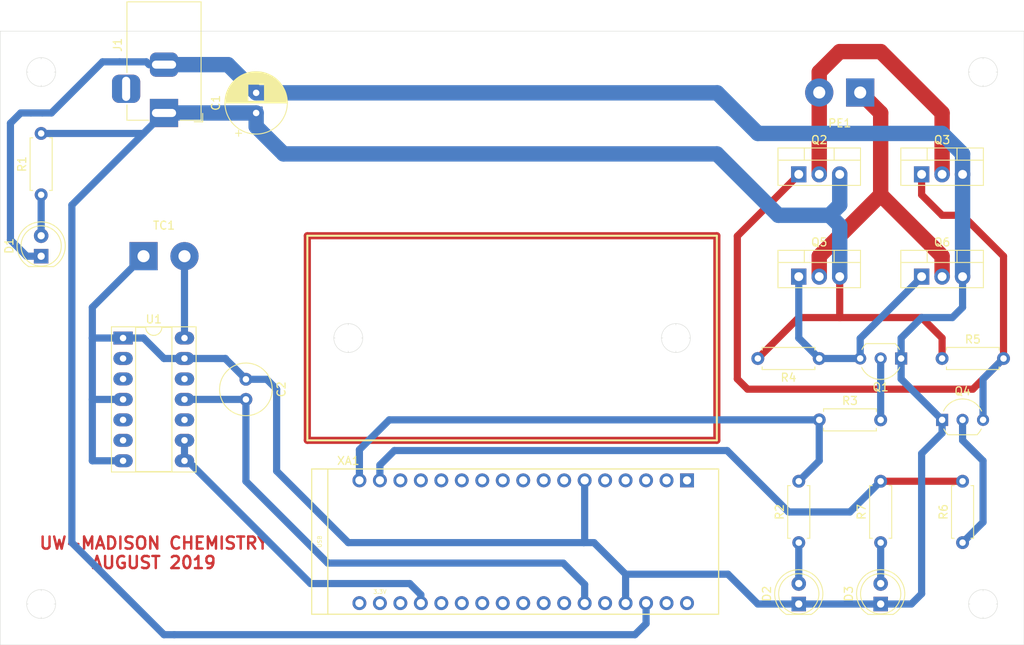
<source format=kicad_pcb>
(kicad_pcb (version 20171130) (host pcbnew 5.1.4+dfsg1-1)

  (general
    (thickness 1.6)
    (drawings 27)
    (tracks 151)
    (zones 0)
    (modules 29)
    (nets 48)
  )

  (page USLetter)
  (title_block
    (title "Thermoelectric Tube")
    (date 2019-08-14)
    (rev 1.1.0)
    (company UW-Madison)
    (comment 1 "Department of Chemistry")
    (comment 2 "Blaise Thompson")
    (comment 3 bthompson@chem.wisc.edu)
  )

  (layers
    (0 F.Cu signal)
    (31 B.Cu signal)
    (32 B.Adhes user)
    (33 F.Adhes user)
    (34 B.Paste user)
    (35 F.Paste user)
    (36 B.SilkS user)
    (37 F.SilkS user)
    (38 B.Mask user)
    (39 F.Mask user)
    (40 Dwgs.User user)
    (41 Cmts.User user)
    (42 Eco1.User user)
    (43 Eco2.User user)
    (44 Edge.Cuts user)
    (45 Margin user)
    (46 B.CrtYd user)
    (47 F.CrtYd user)
    (48 B.Fab user)
    (49 F.Fab user hide)
  )

  (setup
    (last_trace_width 0.889)
    (trace_clearance 0.381)
    (zone_clearance 0.508)
    (zone_45_only no)
    (trace_min 0.2)
    (via_size 0.8)
    (via_drill 0.4)
    (via_min_size 0.4)
    (via_min_drill 0.3)
    (uvia_size 0.3)
    (uvia_drill 0.1)
    (uvias_allowed no)
    (uvia_min_size 0.2)
    (uvia_min_drill 0.1)
    (edge_width 0.05)
    (segment_width 0.2)
    (pcb_text_width 0.3)
    (pcb_text_size 1.5 1.5)
    (mod_edge_width 0.12)
    (mod_text_size 1 1)
    (mod_text_width 0.15)
    (pad_size 1.524 1.524)
    (pad_drill 0.762)
    (pad_to_mask_clearance 0.051)
    (solder_mask_min_width 0.25)
    (aux_axis_origin 0 0)
    (visible_elements FFFFFF7F)
    (pcbplotparams
      (layerselection 0x00000_ffffffff)
      (usegerberextensions false)
      (usegerberattributes false)
      (usegerberadvancedattributes false)
      (creategerberjobfile false)
      (excludeedgelayer false)
      (linewidth 0.100000)
      (plotframeref true)
      (viasonmask false)
      (mode 1)
      (useauxorigin false)
      (hpglpennumber 1)
      (hpglpenspeed 20)
      (hpglpendiameter 15.000000)
      (psnegative false)
      (psa4output false)
      (plotreference false)
      (plotvalue false)
      (plotinvisibletext false)
      (padsonsilk true)
      (subtractmaskfromsilk false)
      (outputformat 4)
      (mirror false)
      (drillshape 1)
      (scaleselection 1)
      (outputdirectory ""))
  )

  (net 0 "")
  (net 1 GND)
  (net 2 "Net-(Q1-Pad3)")
  (net 3 "Net-(Q1-Pad2)")
  (net 4 "Net-(Q2-Pad1)")
  (net 5 "Net-(Q4-Pad2)")
  (net 6 +12V)
  (net 7 +5V)
  (net 8 "Net-(D1-Pad2)")
  (net 9 "Net-(D2-Pad2)")
  (net 10 "Net-(D3-Pad2)")
  (net 11 "Net-(PE1-Pad2)")
  (net 12 "Net-(PE1-Pad1)")
  (net 13 "Net-(R2-Pad2)")
  (net 14 "Net-(R6-Pad2)")
  (net 15 "Net-(TC1-Pad2)")
  (net 16 "Net-(XA1-PadMISO)")
  (net 17 "Net-(XA1-PadA5)")
  (net 18 "Net-(XA1-PadA4)")
  (net 19 "Net-(XA1-PadA3)")
  (net 20 "Net-(XA1-PadA2)")
  (net 21 "Net-(XA1-PadA1)")
  (net 22 "Net-(XA1-PadD13)")
  (net 23 "Net-(XA1-PadAREF)")
  (net 24 "Net-(XA1-PadD10)")
  (net 25 "Net-(XA1-PadD9)")
  (net 26 "Net-(XA1-PadD8)")
  (net 27 "Net-(XA1-PadD7)")
  (net 28 "Net-(XA1-PadD6)")
  (net 29 "Net-(XA1-PadD5)")
  (net 30 "Net-(XA1-PadD4)")
  (net 31 "Net-(XA1-PadD3)")
  (net 32 "Net-(XA1-PadD2)")
  (net 33 "Net-(XA1-PadD1)")
  (net 34 "Net-(XA1-PadD0)")
  (net 35 "Net-(XA1-PadSS)")
  (net 36 "Net-(XA1-PadRST1)")
  (net 37 +3V3)
  (net 38 "Net-(U1-Pad8)")
  (net 39 "Net-(XA1-PadSCK)")
  (net 40 "Net-(XA1-PadMOSI)")
  (net 41 "Net-(XA1-PadRST2)")
  (net 42 "Net-(U1-Pad6)")
  (net 43 "Net-(U1-Pad12)")
  (net 44 "Net-(U1-Pad5)")
  (net 45 "Net-(U1-Pad10)")
  (net 46 "Net-(U1-Pad3)")
  (net 47 "Net-(U1-Pad2)")

  (net_class Default "This is the default net class."
    (clearance 0.381)
    (trace_width 0.889)
    (via_dia 0.8)
    (via_drill 0.4)
    (uvia_dia 0.3)
    (uvia_drill 0.1)
    (add_net +12V)
    (add_net +3V3)
    (add_net +5V)
    (add_net GND)
    (add_net "Net-(D1-Pad2)")
    (add_net "Net-(D2-Pad2)")
    (add_net "Net-(D3-Pad2)")
    (add_net "Net-(PE1-Pad1)")
    (add_net "Net-(PE1-Pad2)")
    (add_net "Net-(Q1-Pad2)")
    (add_net "Net-(Q1-Pad3)")
    (add_net "Net-(Q2-Pad1)")
    (add_net "Net-(Q4-Pad2)")
    (add_net "Net-(R2-Pad2)")
    (add_net "Net-(R6-Pad2)")
    (add_net "Net-(TC1-Pad2)")
    (add_net "Net-(U1-Pad10)")
    (add_net "Net-(U1-Pad12)")
    (add_net "Net-(U1-Pad2)")
    (add_net "Net-(U1-Pad3)")
    (add_net "Net-(U1-Pad5)")
    (add_net "Net-(U1-Pad6)")
    (add_net "Net-(U1-Pad8)")
    (add_net "Net-(XA1-PadA1)")
    (add_net "Net-(XA1-PadA2)")
    (add_net "Net-(XA1-PadA3)")
    (add_net "Net-(XA1-PadA4)")
    (add_net "Net-(XA1-PadA5)")
    (add_net "Net-(XA1-PadAREF)")
    (add_net "Net-(XA1-PadD0)")
    (add_net "Net-(XA1-PadD1)")
    (add_net "Net-(XA1-PadD10)")
    (add_net "Net-(XA1-PadD13)")
    (add_net "Net-(XA1-PadD2)")
    (add_net "Net-(XA1-PadD3)")
    (add_net "Net-(XA1-PadD4)")
    (add_net "Net-(XA1-PadD5)")
    (add_net "Net-(XA1-PadD6)")
    (add_net "Net-(XA1-PadD7)")
    (add_net "Net-(XA1-PadD8)")
    (add_net "Net-(XA1-PadD9)")
    (add_net "Net-(XA1-PadMISO)")
    (add_net "Net-(XA1-PadMOSI)")
    (add_net "Net-(XA1-PadRST1)")
    (add_net "Net-(XA1-PadRST2)")
    (add_net "Net-(XA1-PadSCK)")
    (add_net "Net-(XA1-PadSS)")
  )

  (module MountingHole:MountingHole_3.2mm_M3 locked (layer F.Cu) (tedit 56D1B4CB) (tstamp 5D53A95B)
    (at 121.92 76.2)
    (descr "Mounting Hole 3.2mm, no annular, M3")
    (tags "mounting hole 3.2mm no annular m3")
    (attr virtual)
    (fp_text reference REF** (at 0 -4.2) (layer F.SilkS) hide
      (effects (font (size 1 1) (thickness 0.15)))
    )
    (fp_text value MountingHole_3.2mm_M3 (at 0 4.2) (layer F.Fab) hide
      (effects (font (size 1 1) (thickness 0.15)))
    )
    (fp_circle (center 0 0) (end 3.45 0) (layer F.CrtYd) (width 0.05))
    (fp_circle (center 0 0) (end 3.2 0) (layer Cmts.User) (width 0.15))
    (fp_text user %R (at 0.3 0) (layer F.Fab) hide
      (effects (font (size 1 1) (thickness 0.15)))
    )
    (pad 1 np_thru_hole circle (at 0 0) (size 3.2 3.2) (drill 3.2) (layers *.Cu *.Mask))
  )

  (module MountingHole:MountingHole_3.2mm_M3 locked (layer F.Cu) (tedit 56D1B4CB) (tstamp 5D53A95B)
    (at 81.28 76.2)
    (descr "Mounting Hole 3.2mm, no annular, M3")
    (tags "mounting hole 3.2mm no annular m3")
    (attr virtual)
    (fp_text reference REF** (at 0 -4.2) (layer F.SilkS) hide
      (effects (font (size 1 1) (thickness 0.15)))
    )
    (fp_text value MountingHole_3.2mm_M3 (at 0 4.2) (layer F.Fab) hide
      (effects (font (size 1 1) (thickness 0.15)))
    )
    (fp_circle (center 0 0) (end 3.45 0) (layer F.CrtYd) (width 0.05))
    (fp_circle (center 0 0) (end 3.2 0) (layer Cmts.User) (width 0.15))
    (fp_text user %R (at 0.3 0) (layer F.Fab) hide
      (effects (font (size 1 1) (thickness 0.15)))
    )
    (pad 1 np_thru_hole circle (at 0 0) (size 3.2 3.2) (drill 3.2) (layers *.Cu *.Mask))
  )

  (module Resistor_THT:R_Axial_DIN0207_L6.3mm_D2.5mm_P7.62mm_Horizontal (layer F.Cu) (tedit 5AE5139B) (tstamp 5D535DE4)
    (at 157.48 101.6 90)
    (descr "Resistor, Axial_DIN0207 series, Axial, Horizontal, pin pitch=7.62mm, 0.25W = 1/4W, length*diameter=6.3*2.5mm^2, http://cdn-reichelt.de/documents/datenblatt/B400/1_4W%23YAG.pdf")
    (tags "Resistor Axial_DIN0207 series Axial Horizontal pin pitch 7.62mm 0.25W = 1/4W length 6.3mm diameter 2.5mm")
    (path /5D5A6FC3)
    (fp_text reference R6 (at 3.81 -2.37 90) (layer F.SilkS)
      (effects (font (size 1 1) (thickness 0.15)))
    )
    (fp_text value R_US (at 3.81 2.37 90) (layer F.Fab)
      (effects (font (size 1 1) (thickness 0.15)))
    )
    (fp_text user %R (at 3.81 0 90) (layer F.Fab)
      (effects (font (size 1 1) (thickness 0.15)))
    )
    (fp_line (start 8.67 -1.5) (end -1.05 -1.5) (layer F.CrtYd) (width 0.05))
    (fp_line (start 8.67 1.5) (end 8.67 -1.5) (layer F.CrtYd) (width 0.05))
    (fp_line (start -1.05 1.5) (end 8.67 1.5) (layer F.CrtYd) (width 0.05))
    (fp_line (start -1.05 -1.5) (end -1.05 1.5) (layer F.CrtYd) (width 0.05))
    (fp_line (start 7.08 1.37) (end 7.08 1.04) (layer F.SilkS) (width 0.12))
    (fp_line (start 0.54 1.37) (end 7.08 1.37) (layer F.SilkS) (width 0.12))
    (fp_line (start 0.54 1.04) (end 0.54 1.37) (layer F.SilkS) (width 0.12))
    (fp_line (start 7.08 -1.37) (end 7.08 -1.04) (layer F.SilkS) (width 0.12))
    (fp_line (start 0.54 -1.37) (end 7.08 -1.37) (layer F.SilkS) (width 0.12))
    (fp_line (start 0.54 -1.04) (end 0.54 -1.37) (layer F.SilkS) (width 0.12))
    (fp_line (start 7.62 0) (end 6.96 0) (layer F.Fab) (width 0.1))
    (fp_line (start 0 0) (end 0.66 0) (layer F.Fab) (width 0.1))
    (fp_line (start 6.96 -1.25) (end 0.66 -1.25) (layer F.Fab) (width 0.1))
    (fp_line (start 6.96 1.25) (end 6.96 -1.25) (layer F.Fab) (width 0.1))
    (fp_line (start 0.66 1.25) (end 6.96 1.25) (layer F.Fab) (width 0.1))
    (fp_line (start 0.66 -1.25) (end 0.66 1.25) (layer F.Fab) (width 0.1))
    (pad 2 thru_hole oval (at 7.62 0 90) (size 1.6 1.6) (drill 0.8) (layers *.Cu *.Mask)
      (net 14 "Net-(R6-Pad2)"))
    (pad 1 thru_hole circle (at 0 0 90) (size 1.6 1.6) (drill 0.8) (layers *.Cu *.Mask)
      (net 5 "Net-(Q4-Pad2)"))
    (model ${KISYS3DMOD}/Resistor_THT.3dshapes/R_Axial_DIN0207_L6.3mm_D2.5mm_P7.62mm_Horizontal.wrl
      (at (xyz 0 0 0))
      (scale (xyz 1 1 1))
      (rotate (xyz 0 0 0))
    )
  )

  (module Package_TO_SOT_THT:TO-92_Inline_Wide (layer F.Cu) (tedit 5A02FF81) (tstamp 5D53146D)
    (at 154.94 86.36)
    (descr "TO-92 leads in-line, wide, drill 0.75mm (see NXP sot054_po.pdf)")
    (tags "to-92 sc-43 sc-43a sot54 PA33 transistor")
    (path /5D51AAC7)
    (fp_text reference Q4 (at 2.54 -3.56) (layer F.SilkS)
      (effects (font (size 1 1) (thickness 0.15)))
    )
    (fp_text value 2N3904 (at 2.54 2.79) (layer F.Fab)
      (effects (font (size 1 1) (thickness 0.15)))
    )
    (fp_arc (start 2.54 0) (end 4.34 1.85) (angle -20) (layer F.SilkS) (width 0.12))
    (fp_arc (start 2.54 0) (end 2.54 -2.48) (angle -135) (layer F.Fab) (width 0.1))
    (fp_arc (start 2.54 0) (end 2.54 -2.48) (angle 135) (layer F.Fab) (width 0.1))
    (fp_arc (start 2.54 0) (end 2.54 -2.6) (angle 65) (layer F.SilkS) (width 0.12))
    (fp_arc (start 2.54 0) (end 2.54 -2.6) (angle -65) (layer F.SilkS) (width 0.12))
    (fp_arc (start 2.54 0) (end 0.74 1.85) (angle 20) (layer F.SilkS) (width 0.12))
    (fp_line (start 6.09 2.01) (end -1.01 2.01) (layer F.CrtYd) (width 0.05))
    (fp_line (start 6.09 2.01) (end 6.09 -2.73) (layer F.CrtYd) (width 0.05))
    (fp_line (start -1.01 -2.73) (end -1.01 2.01) (layer F.CrtYd) (width 0.05))
    (fp_line (start -1.01 -2.73) (end 6.09 -2.73) (layer F.CrtYd) (width 0.05))
    (fp_line (start 0.8 1.75) (end 4.3 1.75) (layer F.Fab) (width 0.1))
    (fp_line (start 0.74 1.85) (end 4.34 1.85) (layer F.SilkS) (width 0.12))
    (fp_text user %R (at 2.54 -3.56) (layer F.Fab)
      (effects (font (size 1 1) (thickness 0.15)))
    )
    (pad 1 thru_hole rect (at 0 0 90) (size 1.5 1.5) (drill 0.8) (layers *.Cu *.Mask)
      (net 1 GND))
    (pad 3 thru_hole circle (at 5.08 0 90) (size 1.5 1.5) (drill 0.8) (layers *.Cu *.Mask)
      (net 4 "Net-(Q2-Pad1)"))
    (pad 2 thru_hole circle (at 2.54 0 90) (size 1.5 1.5) (drill 0.8) (layers *.Cu *.Mask)
      (net 5 "Net-(Q4-Pad2)"))
    (model ${KISYS3DMOD}/Package_TO_SOT_THT.3dshapes/TO-92_Inline_Wide.wrl
      (at (xyz 0 0 0))
      (scale (xyz 1 1 1))
      (rotate (xyz 0 0 0))
    )
  )

  (module Package_TO_SOT_THT:TO-92_Inline_Wide (layer F.Cu) (tedit 5A02FF81) (tstamp 5D539C85)
    (at 149.86 78.74 180)
    (descr "TO-92 leads in-line, wide, drill 0.75mm (see NXP sot054_po.pdf)")
    (tags "to-92 sc-43 sc-43a sot54 PA33 transistor")
    (path /5D52684D)
    (fp_text reference Q1 (at 2.54 -3.56) (layer F.SilkS)
      (effects (font (size 1 1) (thickness 0.15)))
    )
    (fp_text value 2N3904 (at 2.54 2.79) (layer F.Fab)
      (effects (font (size 1 1) (thickness 0.15)))
    )
    (fp_arc (start 2.54 0) (end 4.34 1.85) (angle -20) (layer F.SilkS) (width 0.12))
    (fp_arc (start 2.54 0) (end 2.54 -2.48) (angle -135) (layer F.Fab) (width 0.1))
    (fp_arc (start 2.54 0) (end 2.54 -2.48) (angle 135) (layer F.Fab) (width 0.1))
    (fp_arc (start 2.54 0) (end 2.54 -2.6) (angle 65) (layer F.SilkS) (width 0.12))
    (fp_arc (start 2.54 0) (end 2.54 -2.6) (angle -65) (layer F.SilkS) (width 0.12))
    (fp_arc (start 2.54 0) (end 0.74 1.85) (angle 20) (layer F.SilkS) (width 0.12))
    (fp_line (start 6.09 2.01) (end -1.01 2.01) (layer F.CrtYd) (width 0.05))
    (fp_line (start 6.09 2.01) (end 6.09 -2.73) (layer F.CrtYd) (width 0.05))
    (fp_line (start -1.01 -2.73) (end -1.01 2.01) (layer F.CrtYd) (width 0.05))
    (fp_line (start -1.01 -2.73) (end 6.09 -2.73) (layer F.CrtYd) (width 0.05))
    (fp_line (start 0.8 1.75) (end 4.3 1.75) (layer F.Fab) (width 0.1))
    (fp_line (start 0.74 1.85) (end 4.34 1.85) (layer F.SilkS) (width 0.12))
    (fp_text user %R (at 2.54 -3.56) (layer F.Fab)
      (effects (font (size 1 1) (thickness 0.15)))
    )
    (pad 1 thru_hole rect (at 0 0 270) (size 1.5 1.5) (drill 0.8) (layers *.Cu *.Mask)
      (net 1 GND))
    (pad 3 thru_hole circle (at 5.08 0 270) (size 1.5 1.5) (drill 0.8) (layers *.Cu *.Mask)
      (net 2 "Net-(Q1-Pad3)"))
    (pad 2 thru_hole circle (at 2.54 0 270) (size 1.5 1.5) (drill 0.8) (layers *.Cu *.Mask)
      (net 3 "Net-(Q1-Pad2)"))
    (model ${KISYS3DMOD}/Package_TO_SOT_THT.3dshapes/TO-92_Inline_Wide.wrl
      (at (xyz 0 0 0))
      (scale (xyz 1 1 1))
      (rotate (xyz 0 0 0))
    )
  )

  (module Arduino:Arduino_Micro_Socket (layer F.Cu) (tedit 5A860566) (tstamp 5D5377E5)
    (at 78.74 110.49)
    (descr https://store.arduino.cc/arduino-micro)
    (path /5D4CBBC9)
    (fp_text reference XA1 (at 2.54 -19.05) (layer F.SilkS)
      (effects (font (size 1 1) (thickness 0.15)))
    )
    (fp_text value Arduino_Micro_Socket (at 15.494 -19.05) (layer F.Fab)
      (effects (font (size 1 1) (thickness 0.15)))
    )
    (fp_line (start -2 0) (end 48.48 0) (layer F.SilkS) (width 0.15))
    (fp_line (start 0 -18) (end 0 0) (layer F.SilkS) (width 0.15))
    (fp_line (start -2 -18.034) (end 48.48 -18.034) (layer F.SilkS) (width 0.15))
    (fp_line (start 48.48 -18) (end 48.48 0) (layer F.SilkS) (width 0.15))
    (fp_line (start -2 -18.034) (end -2 0) (layer F.SilkS) (width 0.15))
    (fp_line (start 48.768 0.254) (end -2.032 0.254) (layer F.CrtYd) (width 0.15))
    (fp_line (start 48.768 -18.288) (end 48.768 0.254) (layer F.CrtYd) (width 0.15))
    (fp_line (start -2.286 -18.288) (end 48.768 -18.288) (layer F.CrtYd) (width 0.15))
    (fp_line (start -2.286 -17.526) (end -2.286 -18.288) (layer F.CrtYd) (width 0.15))
    (fp_line (start -2.286 0.254) (end -2.286 -17.526) (layer F.CrtYd) (width 0.15))
    (fp_line (start -2.032 0.254) (end -2.286 0.254) (layer F.CrtYd) (width 0.15))
    (fp_text user USB (at -1.016 -9.017 90) (layer F.SilkS)
      (effects (font (size 0.5 0.5) (thickness 0.075)))
    )
    (fp_text user 3.3V (at 6.46 -2.794) (layer F.SilkS)
      (effects (font (size 0.5 0.5) (thickness 0.075)))
    )
    (pad MISO thru_hole oval (at 42.02 -1.38) (size 1.7272 1.7272) (drill 1.016) (layers *.Cu *.Mask)
      (net 16 "Net-(XA1-PadMISO)"))
    (pad A5 thru_hole oval (at 24.24 -1.38) (size 1.7272 1.7272) (drill 1.016) (layers *.Cu *.Mask)
      (net 17 "Net-(XA1-PadA5)"))
    (pad A4 thru_hole oval (at 21.7 -1.38) (size 1.7272 1.7272) (drill 1.016) (layers *.Cu *.Mask)
      (net 18 "Net-(XA1-PadA4)"))
    (pad A3 thru_hole oval (at 19.16 -1.38) (size 1.7272 1.7272) (drill 1.016) (layers *.Cu *.Mask)
      (net 19 "Net-(XA1-PadA3)"))
    (pad A2 thru_hole oval (at 16.62 -1.38) (size 1.7272 1.7272) (drill 1.016) (layers *.Cu *.Mask)
      (net 20 "Net-(XA1-PadA2)"))
    (pad A1 thru_hole oval (at 14.08 -1.38) (size 1.7272 1.7272) (drill 1.016) (layers *.Cu *.Mask)
      (net 21 "Net-(XA1-PadA1)"))
    (pad "" thru_hole oval (at 29.32 -1.38) (size 1.7272 1.7272) (drill 1.016) (layers *.Cu *.Mask))
    (pad D11 thru_hole oval (at 6.46 -16.62) (size 1.7272 1.7272) (drill 1.016) (layers *.Cu *.Mask)
      (net 14 "Net-(R6-Pad2)"))
    (pad D12 thru_hole oval (at 3.92 -16.62) (size 1.7272 1.7272) (drill 1.016) (layers *.Cu *.Mask)
      (net 13 "Net-(R2-Pad2)"))
    (pad D13 thru_hole oval (at 3.92 -1.38) (size 1.7272 1.7272) (drill 1.016) (layers *.Cu *.Mask)
      (net 22 "Net-(XA1-PadD13)"))
    (pad AREF thru_hole oval (at 9 -1.38) (size 1.7272 1.7272) (drill 1.016) (layers *.Cu *.Mask)
      (net 23 "Net-(XA1-PadAREF)"))
    (pad "" np_thru_hole circle (at 1.38 -1.38) (size 1.016 1.016) (drill 1.016) (layers *.Cu *.Mask))
    (pad D10 thru_hole oval (at 9 -16.62) (size 1.7272 1.7272) (drill 1.016) (layers *.Cu *.Mask)
      (net 24 "Net-(XA1-PadD10)"))
    (pad D9 thru_hole oval (at 11.54 -16.62) (size 1.7272 1.7272) (drill 1.016) (layers *.Cu *.Mask)
      (net 25 "Net-(XA1-PadD9)"))
    (pad D8 thru_hole oval (at 14.08 -16.62) (size 1.7272 1.7272) (drill 1.016) (layers *.Cu *.Mask)
      (net 26 "Net-(XA1-PadD8)"))
    (pad D7 thru_hole oval (at 16.62 -16.62) (size 1.7272 1.7272) (drill 1.016) (layers *.Cu *.Mask)
      (net 27 "Net-(XA1-PadD7)"))
    (pad D6 thru_hole oval (at 19.16 -16.62) (size 1.7272 1.7272) (drill 1.016) (layers *.Cu *.Mask)
      (net 28 "Net-(XA1-PadD6)"))
    (pad D5 thru_hole oval (at 21.7 -16.62) (size 1.7272 1.7272) (drill 1.016) (layers *.Cu *.Mask)
      (net 29 "Net-(XA1-PadD5)"))
    (pad D4 thru_hole oval (at 24.24 -16.62) (size 1.7272 1.7272) (drill 1.016) (layers *.Cu *.Mask)
      (net 30 "Net-(XA1-PadD4)"))
    (pad D3 thru_hole oval (at 26.78 -16.62) (size 1.7272 1.7272) (drill 1.016) (layers *.Cu *.Mask)
      (net 31 "Net-(XA1-PadD3)"))
    (pad D2 thru_hole oval (at 29.32 -16.62) (size 1.7272 1.7272) (drill 1.016) (layers *.Cu *.Mask)
      (net 32 "Net-(XA1-PadD2)"))
    (pad D1 thru_hole oval (at 39.48 -16.62) (size 1.7272 1.7272) (drill 1.016) (layers *.Cu *.Mask)
      (net 33 "Net-(XA1-PadD1)"))
    (pad D0 thru_hole oval (at 36.94 -16.62) (size 1.7272 1.7272) (drill 1.016) (layers *.Cu *.Mask)
      (net 34 "Net-(XA1-PadD0)"))
    (pad SS thru_hole oval (at 42.02 -16.62) (size 1.7272 1.7272) (drill 1.016) (layers *.Cu *.Mask)
      (net 35 "Net-(XA1-PadSS)"))
    (pad RST1 thru_hole oval (at 34.4 -1.38) (size 1.7272 1.7272) (drill 1.016) (layers *.Cu *.Mask)
      (net 36 "Net-(XA1-PadRST1)"))
    (pad 3V3 thru_hole oval (at 6.46 -1.38) (size 1.7272 1.7272) (drill 1.016) (layers *.Cu *.Mask)
      (net 37 +3V3))
    (pad 5V thru_hole oval (at 31.86 -1.38) (size 1.7272 1.7272) (drill 1.016) (layers *.Cu *.Mask)
      (net 7 +5V))
    (pad GND1 thru_hole oval (at 36.94 -1.38) (size 1.7272 1.7272) (drill 1.016) (layers *.Cu *.Mask)
      (net 1 GND))
    (pad GND2 thru_hole oval (at 31.86 -16.62) (size 1.7272 1.7272) (drill 1.016) (layers *.Cu *.Mask)
      (net 1 GND))
    (pad VIN thru_hole oval (at 39.48 -1.38) (size 1.7272 1.7272) (drill 1.016) (layers *.Cu *.Mask)
      (net 6 +12V))
    (pad A0 thru_hole oval (at 11.54 -1.38) (size 1.7272 1.7272) (drill 1.016) (layers *.Cu *.Mask)
      (net 38 "Net-(U1-Pad8)"))
    (pad SCK thru_hole oval (at 44.56 -1.38) (size 1.7272 1.7272) (drill 1.016) (layers *.Cu *.Mask)
      (net 39 "Net-(XA1-PadSCK)"))
    (pad MOSI thru_hole rect (at 44.56 -16.62) (size 1.7272 1.7272) (drill 1.016) (layers *.Cu *.Mask)
      (net 40 "Net-(XA1-PadMOSI)"))
    (pad RST2 thru_hole oval (at 34.4 -16.62) (size 1.7272 1.7272) (drill 1.016) (layers *.Cu *.Mask)
      (net 41 "Net-(XA1-PadRST2)"))
    (pad "" thru_hole oval (at 26.78 -1.38) (size 1.7272 1.7272) (drill 1.016) (layers *.Cu *.Mask))
    (pad "" np_thru_hole circle (at 47.1 -1.38) (size 1.016 1.016) (drill 1.016) (layers *.Cu *.Mask))
    (pad "" np_thru_hole circle (at 1.38 -16.62) (size 1.016 1.016) (drill 1.016) (layers *.Cu *.Mask))
    (pad "" np_thru_hole circle (at 47.1 -16.62) (size 1.016 1.016) (drill 1.016) (layers *.Cu *.Mask))
  )

  (module Package_DIP:DIP-14_W7.62mm_Socket_LongPads (layer F.Cu) (tedit 5A02E8C5) (tstamp 5D535F6B)
    (at 53.34 76.2)
    (descr "14-lead though-hole mounted DIP package, row spacing 7.62 mm (300 mils), Socket, LongPads")
    (tags "THT DIP DIL PDIP 2.54mm 7.62mm 300mil Socket LongPads")
    (path /5D524103)
    (fp_text reference U1 (at 3.81 -2.33) (layer F.SilkS)
      (effects (font (size 1 1) (thickness 0.15)))
    )
    (fp_text value AD595AQ (at 3.81 17.57) (layer F.Fab)
      (effects (font (size 1 1) (thickness 0.15)))
    )
    (fp_text user %R (at 3.81 7.62) (layer F.Fab)
      (effects (font (size 1 1) (thickness 0.15)))
    )
    (fp_line (start 9.15 -1.6) (end -1.55 -1.6) (layer F.CrtYd) (width 0.05))
    (fp_line (start 9.15 16.85) (end 9.15 -1.6) (layer F.CrtYd) (width 0.05))
    (fp_line (start -1.55 16.85) (end 9.15 16.85) (layer F.CrtYd) (width 0.05))
    (fp_line (start -1.55 -1.6) (end -1.55 16.85) (layer F.CrtYd) (width 0.05))
    (fp_line (start 9.06 -1.39) (end -1.44 -1.39) (layer F.SilkS) (width 0.12))
    (fp_line (start 9.06 16.63) (end 9.06 -1.39) (layer F.SilkS) (width 0.12))
    (fp_line (start -1.44 16.63) (end 9.06 16.63) (layer F.SilkS) (width 0.12))
    (fp_line (start -1.44 -1.39) (end -1.44 16.63) (layer F.SilkS) (width 0.12))
    (fp_line (start 6.06 -1.33) (end 4.81 -1.33) (layer F.SilkS) (width 0.12))
    (fp_line (start 6.06 16.57) (end 6.06 -1.33) (layer F.SilkS) (width 0.12))
    (fp_line (start 1.56 16.57) (end 6.06 16.57) (layer F.SilkS) (width 0.12))
    (fp_line (start 1.56 -1.33) (end 1.56 16.57) (layer F.SilkS) (width 0.12))
    (fp_line (start 2.81 -1.33) (end 1.56 -1.33) (layer F.SilkS) (width 0.12))
    (fp_line (start 8.89 -1.33) (end -1.27 -1.33) (layer F.Fab) (width 0.1))
    (fp_line (start 8.89 16.57) (end 8.89 -1.33) (layer F.Fab) (width 0.1))
    (fp_line (start -1.27 16.57) (end 8.89 16.57) (layer F.Fab) (width 0.1))
    (fp_line (start -1.27 -1.33) (end -1.27 16.57) (layer F.Fab) (width 0.1))
    (fp_line (start 0.635 -0.27) (end 1.635 -1.27) (layer F.Fab) (width 0.1))
    (fp_line (start 0.635 16.51) (end 0.635 -0.27) (layer F.Fab) (width 0.1))
    (fp_line (start 6.985 16.51) (end 0.635 16.51) (layer F.Fab) (width 0.1))
    (fp_line (start 6.985 -1.27) (end 6.985 16.51) (layer F.Fab) (width 0.1))
    (fp_line (start 1.635 -1.27) (end 6.985 -1.27) (layer F.Fab) (width 0.1))
    (fp_arc (start 3.81 -1.33) (end 2.81 -1.33) (angle -180) (layer F.SilkS) (width 0.12))
    (pad 14 thru_hole oval (at 7.62 0) (size 2.4 1.6) (drill 0.8) (layers *.Cu *.Mask)
      (net 15 "Net-(TC1-Pad2)"))
    (pad 7 thru_hole oval (at 0 15.24) (size 2.4 1.6) (drill 0.8) (layers *.Cu *.Mask)
      (net 1 GND))
    (pad 13 thru_hole oval (at 7.62 2.54) (size 2.4 1.6) (drill 0.8) (layers *.Cu *.Mask)
      (net 1 GND))
    (pad 6 thru_hole oval (at 0 12.7) (size 2.4 1.6) (drill 0.8) (layers *.Cu *.Mask)
      (net 42 "Net-(U1-Pad6)"))
    (pad 12 thru_hole oval (at 7.62 5.08) (size 2.4 1.6) (drill 0.8) (layers *.Cu *.Mask)
      (net 43 "Net-(U1-Pad12)"))
    (pad 5 thru_hole oval (at 0 10.16) (size 2.4 1.6) (drill 0.8) (layers *.Cu *.Mask)
      (net 44 "Net-(U1-Pad5)"))
    (pad 11 thru_hole oval (at 7.62 7.62) (size 2.4 1.6) (drill 0.8) (layers *.Cu *.Mask)
      (net 7 +5V))
    (pad 4 thru_hole oval (at 0 7.62) (size 2.4 1.6) (drill 0.8) (layers *.Cu *.Mask)
      (net 1 GND))
    (pad 10 thru_hole oval (at 7.62 10.16) (size 2.4 1.6) (drill 0.8) (layers *.Cu *.Mask)
      (net 45 "Net-(U1-Pad10)"))
    (pad 3 thru_hole oval (at 0 5.08) (size 2.4 1.6) (drill 0.8) (layers *.Cu *.Mask)
      (net 46 "Net-(U1-Pad3)"))
    (pad 9 thru_hole oval (at 7.62 12.7) (size 2.4 1.6) (drill 0.8) (layers *.Cu *.Mask)
      (net 38 "Net-(U1-Pad8)"))
    (pad 2 thru_hole oval (at 0 2.54) (size 2.4 1.6) (drill 0.8) (layers *.Cu *.Mask)
      (net 47 "Net-(U1-Pad2)"))
    (pad 8 thru_hole oval (at 7.62 15.24) (size 2.4 1.6) (drill 0.8) (layers *.Cu *.Mask)
      (net 38 "Net-(U1-Pad8)"))
    (pad 1 thru_hole rect (at 0 0) (size 2.4 1.6) (drill 0.8) (layers *.Cu *.Mask)
      (net 1 GND))
    (model ${KISYS3DMOD}/Package_DIP.3dshapes/DIP-14_W7.62mm_Socket.wrl
      (at (xyz 0 0 0))
      (scale (xyz 1 1 1))
      (rotate (xyz 0 0 0))
    )
  )

  (module MountingHole:MountingHole_3.2mm_M3 locked (layer F.Cu) (tedit 56D1B4CB) (tstamp 5D5343CA)
    (at 160.02 43.18)
    (descr "Mounting Hole 3.2mm, no annular, M3")
    (tags "mounting hole 3.2mm no annular m3")
    (attr virtual)
    (fp_text reference REF** (at 0 -4.2) (layer F.SilkS) hide
      (effects (font (size 1 1) (thickness 0.15)))
    )
    (fp_text value MountingHole_3.2mm_M3 (at 0 4.2) (layer F.Fab) hide
      (effects (font (size 1 1) (thickness 0.15)))
    )
    (fp_text user %R (at 0.3 0) (layer F.Fab) hide
      (effects (font (size 1 1) (thickness 0.15)))
    )
    (fp_circle (center 0 0) (end 3.2 0) (layer Cmts.User) (width 0.15))
    (fp_circle (center 0 0) (end 3.45 0) (layer F.CrtYd) (width 0.05))
    (pad 1 np_thru_hole circle (at 0 0) (size 3.2 3.2) (drill 3.2) (layers *.Cu *.Mask))
  )

  (module MountingHole:MountingHole_3.2mm_M3 locked (layer F.Cu) (tedit 56D1B4CB) (tstamp 5D53439A)
    (at 160.02 109.22)
    (descr "Mounting Hole 3.2mm, no annular, M3")
    (tags "mounting hole 3.2mm no annular m3")
    (attr virtual)
    (fp_text reference REF** (at 0 -4.2) (layer F.SilkS) hide
      (effects (font (size 1 1) (thickness 0.15)))
    )
    (fp_text value MountingHole_3.2mm_M3 (at 0 4.2) (layer F.Fab) hide
      (effects (font (size 1 1) (thickness 0.15)))
    )
    (fp_text user %R (at 0.3 0) (layer F.Fab) hide
      (effects (font (size 1 1) (thickness 0.15)))
    )
    (fp_circle (center 0 0) (end 3.2 0) (layer Cmts.User) (width 0.15))
    (fp_circle (center 0 0) (end 3.45 0) (layer F.CrtYd) (width 0.05))
    (pad 1 np_thru_hole circle (at 0 0) (size 3.2 3.2) (drill 3.2) (layers *.Cu *.Mask))
  )

  (module MountingHole:MountingHole_3.2mm_M3 locked (layer F.Cu) (tedit 56D1B4CB) (tstamp 5D53439A)
    (at 43.18 109.22)
    (descr "Mounting Hole 3.2mm, no annular, M3")
    (tags "mounting hole 3.2mm no annular m3")
    (attr virtual)
    (fp_text reference REF** (at 0 -4.2) (layer F.SilkS) hide
      (effects (font (size 1 1) (thickness 0.15)))
    )
    (fp_text value MountingHole_3.2mm_M3 (at 0 4.2) (layer F.Fab) hide
      (effects (font (size 1 1) (thickness 0.15)))
    )
    (fp_text user %R (at 0.3 0) (layer F.Fab) hide
      (effects (font (size 1 1) (thickness 0.15)))
    )
    (fp_circle (center 0 0) (end 3.2 0) (layer Cmts.User) (width 0.15))
    (fp_circle (center 0 0) (end 3.45 0) (layer F.CrtYd) (width 0.05))
    (pad 1 np_thru_hole circle (at 0 0) (size 3.2 3.2) (drill 3.2) (layers *.Cu *.Mask))
  )

  (module MountingHole:MountingHole_3.2mm_M3 locked (layer F.Cu) (tedit 56D1B4CB) (tstamp 5D534397)
    (at 43.18 43.18)
    (descr "Mounting Hole 3.2mm, no annular, M3")
    (tags "mounting hole 3.2mm no annular m3")
    (attr virtual)
    (fp_text reference REF** (at 0 -4.2) (layer F.SilkS) hide
      (effects (font (size 1 1) (thickness 0.15)))
    )
    (fp_text value MountingHole_3.2mm_M3 (at 0 4.2) (layer F.Fab) hide
      (effects (font (size 1 1) (thickness 0.15)))
    )
    (fp_circle (center 0 0) (end 3.45 0) (layer F.CrtYd) (width 0.05))
    (fp_circle (center 0 0) (end 3.2 0) (layer Cmts.User) (width 0.15))
    (fp_text user %R (at 0.3 0) (layer F.Fab) hide
      (effects (font (size 1 1) (thickness 0.15)))
    )
    (pad 1 np_thru_hole circle (at 0 0) (size 3.2 3.2) (drill 3.2) (layers *.Cu *.Mask))
  )

  (module Connector_Wire:SolderWirePad_1x02_P5.08mm_Drill1.5mm locked (layer F.Cu) (tedit 5AEE5F19) (tstamp 5D535477)
    (at 55.88 66.04)
    (descr "Wire solder connection")
    (tags connector)
    (path /5D527EF6)
    (attr virtual)
    (fp_text reference TC1 (at 2.54 -3.81) (layer F.SilkS)
      (effects (font (size 1 1) (thickness 0.15)))
    )
    (fp_text value Thermocouple (at 2.54 3.81) (layer F.Fab)
      (effects (font (size 1 1) (thickness 0.15)))
    )
    (fp_line (start 7.33 2.25) (end -2.25 2.25) (layer F.CrtYd) (width 0.05))
    (fp_line (start 7.33 2.25) (end 7.33 -2.25) (layer F.CrtYd) (width 0.05))
    (fp_line (start -2.25 -2.25) (end -2.25 2.25) (layer F.CrtYd) (width 0.05))
    (fp_line (start -2.25 -2.25) (end 7.33 -2.25) (layer F.CrtYd) (width 0.05))
    (fp_text user %R (at 2.54 0) (layer F.Fab)
      (effects (font (size 1 1) (thickness 0.15)))
    )
    (pad 2 thru_hole circle (at 5.08 0) (size 3.50012 3.50012) (drill 1.50114) (layers *.Cu *.Mask)
      (net 15 "Net-(TC1-Pad2)"))
    (pad 1 thru_hole rect (at 0 0) (size 3.50012 3.50012) (drill 1.50114) (layers *.Cu *.Mask)
      (net 1 GND))
  )

  (module Resistor_THT:R_Axial_DIN0207_L6.3mm_D2.5mm_P7.62mm_Horizontal (layer F.Cu) (tedit 5AE5139B) (tstamp 5D535E26)
    (at 147.32 101.6 90)
    (descr "Resistor, Axial_DIN0207 series, Axial, Horizontal, pin pitch=7.62mm, 0.25W = 1/4W, length*diameter=6.3*2.5mm^2, http://cdn-reichelt.de/documents/datenblatt/B400/1_4W%23YAG.pdf")
    (tags "Resistor Axial_DIN0207 series Axial Horizontal pin pitch 7.62mm 0.25W = 1/4W length 6.3mm diameter 2.5mm")
    (path /5D5BAA29)
    (fp_text reference R7 (at 3.81 -2.37 90) (layer F.SilkS)
      (effects (font (size 1 1) (thickness 0.15)))
    )
    (fp_text value 10k (at 3.81 2.37 90) (layer F.Fab)
      (effects (font (size 1 1) (thickness 0.15)))
    )
    (fp_text user %R (at 3.81 0 90) (layer F.Fab)
      (effects (font (size 1 1) (thickness 0.15)))
    )
    (fp_line (start 8.67 -1.5) (end -1.05 -1.5) (layer F.CrtYd) (width 0.05))
    (fp_line (start 8.67 1.5) (end 8.67 -1.5) (layer F.CrtYd) (width 0.05))
    (fp_line (start -1.05 1.5) (end 8.67 1.5) (layer F.CrtYd) (width 0.05))
    (fp_line (start -1.05 -1.5) (end -1.05 1.5) (layer F.CrtYd) (width 0.05))
    (fp_line (start 7.08 1.37) (end 7.08 1.04) (layer F.SilkS) (width 0.12))
    (fp_line (start 0.54 1.37) (end 7.08 1.37) (layer F.SilkS) (width 0.12))
    (fp_line (start 0.54 1.04) (end 0.54 1.37) (layer F.SilkS) (width 0.12))
    (fp_line (start 7.08 -1.37) (end 7.08 -1.04) (layer F.SilkS) (width 0.12))
    (fp_line (start 0.54 -1.37) (end 7.08 -1.37) (layer F.SilkS) (width 0.12))
    (fp_line (start 0.54 -1.04) (end 0.54 -1.37) (layer F.SilkS) (width 0.12))
    (fp_line (start 7.62 0) (end 6.96 0) (layer F.Fab) (width 0.1))
    (fp_line (start 0 0) (end 0.66 0) (layer F.Fab) (width 0.1))
    (fp_line (start 6.96 -1.25) (end 0.66 -1.25) (layer F.Fab) (width 0.1))
    (fp_line (start 6.96 1.25) (end 6.96 -1.25) (layer F.Fab) (width 0.1))
    (fp_line (start 0.66 1.25) (end 6.96 1.25) (layer F.Fab) (width 0.1))
    (fp_line (start 0.66 -1.25) (end 0.66 1.25) (layer F.Fab) (width 0.1))
    (pad 2 thru_hole oval (at 7.62 0 90) (size 1.6 1.6) (drill 0.8) (layers *.Cu *.Mask)
      (net 14 "Net-(R6-Pad2)"))
    (pad 1 thru_hole circle (at 0 0 90) (size 1.6 1.6) (drill 0.8) (layers *.Cu *.Mask)
      (net 10 "Net-(D3-Pad2)"))
    (model ${KISYS3DMOD}/Resistor_THT.3dshapes/R_Axial_DIN0207_L6.3mm_D2.5mm_P7.62mm_Horizontal.wrl
      (at (xyz 0 0 0))
      (scale (xyz 1 1 1))
      (rotate (xyz 0 0 0))
    )
  )

  (module Resistor_THT:R_Axial_DIN0207_L6.3mm_D2.5mm_P7.62mm_Horizontal (layer F.Cu) (tedit 5AE5139B) (tstamp 5D535EAA)
    (at 154.94 78.74)
    (descr "Resistor, Axial_DIN0207 series, Axial, Horizontal, pin pitch=7.62mm, 0.25W = 1/4W, length*diameter=6.3*2.5mm^2, http://cdn-reichelt.de/documents/datenblatt/B400/1_4W%23YAG.pdf")
    (tags "Resistor Axial_DIN0207 series Axial Horizontal pin pitch 7.62mm 0.25W = 1/4W length 6.3mm diameter 2.5mm")
    (path /5D54496F)
    (fp_text reference R5 (at 3.81 -2.37) (layer F.SilkS)
      (effects (font (size 1 1) (thickness 0.15)))
    )
    (fp_text value 1k (at 3.81 2.37) (layer F.Fab)
      (effects (font (size 1 1) (thickness 0.15)))
    )
    (fp_text user %R (at 3.81 0) (layer F.Fab)
      (effects (font (size 1 1) (thickness 0.15)))
    )
    (fp_line (start 8.67 -1.5) (end -1.05 -1.5) (layer F.CrtYd) (width 0.05))
    (fp_line (start 8.67 1.5) (end 8.67 -1.5) (layer F.CrtYd) (width 0.05))
    (fp_line (start -1.05 1.5) (end 8.67 1.5) (layer F.CrtYd) (width 0.05))
    (fp_line (start -1.05 -1.5) (end -1.05 1.5) (layer F.CrtYd) (width 0.05))
    (fp_line (start 7.08 1.37) (end 7.08 1.04) (layer F.SilkS) (width 0.12))
    (fp_line (start 0.54 1.37) (end 7.08 1.37) (layer F.SilkS) (width 0.12))
    (fp_line (start 0.54 1.04) (end 0.54 1.37) (layer F.SilkS) (width 0.12))
    (fp_line (start 7.08 -1.37) (end 7.08 -1.04) (layer F.SilkS) (width 0.12))
    (fp_line (start 0.54 -1.37) (end 7.08 -1.37) (layer F.SilkS) (width 0.12))
    (fp_line (start 0.54 -1.04) (end 0.54 -1.37) (layer F.SilkS) (width 0.12))
    (fp_line (start 7.62 0) (end 6.96 0) (layer F.Fab) (width 0.1))
    (fp_line (start 0 0) (end 0.66 0) (layer F.Fab) (width 0.1))
    (fp_line (start 6.96 -1.25) (end 0.66 -1.25) (layer F.Fab) (width 0.1))
    (fp_line (start 6.96 1.25) (end 6.96 -1.25) (layer F.Fab) (width 0.1))
    (fp_line (start 0.66 1.25) (end 6.96 1.25) (layer F.Fab) (width 0.1))
    (fp_line (start 0.66 -1.25) (end 0.66 1.25) (layer F.Fab) (width 0.1))
    (pad 2 thru_hole oval (at 7.62 0) (size 1.6 1.6) (drill 0.8) (layers *.Cu *.Mask)
      (net 4 "Net-(Q2-Pad1)"))
    (pad 1 thru_hole circle (at 0 0) (size 1.6 1.6) (drill 0.8) (layers *.Cu *.Mask)
      (net 6 +12V))
    (model ${KISYS3DMOD}/Resistor_THT.3dshapes/R_Axial_DIN0207_L6.3mm_D2.5mm_P7.62mm_Horizontal.wrl
      (at (xyz 0 0 0))
      (scale (xyz 1 1 1))
      (rotate (xyz 0 0 0))
    )
  )

  (module Resistor_THT:R_Axial_DIN0207_L6.3mm_D2.5mm_P7.62mm_Horizontal (layer F.Cu) (tedit 5AE5139B) (tstamp 5D539E78)
    (at 139.7 78.74 180)
    (descr "Resistor, Axial_DIN0207 series, Axial, Horizontal, pin pitch=7.62mm, 0.25W = 1/4W, length*diameter=6.3*2.5mm^2, http://cdn-reichelt.de/documents/datenblatt/B400/1_4W%23YAG.pdf")
    (tags "Resistor Axial_DIN0207 series Axial Horizontal pin pitch 7.62mm 0.25W = 1/4W length 6.3mm diameter 2.5mm")
    (path /5D545060)
    (fp_text reference R4 (at 3.81 -2.37) (layer F.SilkS)
      (effects (font (size 1 1) (thickness 0.15)))
    )
    (fp_text value 1k (at 3.81 2.37) (layer F.Fab)
      (effects (font (size 1 1) (thickness 0.15)))
    )
    (fp_text user %R (at 3.81 0) (layer F.Fab)
      (effects (font (size 1 1) (thickness 0.15)))
    )
    (fp_line (start 8.67 -1.5) (end -1.05 -1.5) (layer F.CrtYd) (width 0.05))
    (fp_line (start 8.67 1.5) (end 8.67 -1.5) (layer F.CrtYd) (width 0.05))
    (fp_line (start -1.05 1.5) (end 8.67 1.5) (layer F.CrtYd) (width 0.05))
    (fp_line (start -1.05 -1.5) (end -1.05 1.5) (layer F.CrtYd) (width 0.05))
    (fp_line (start 7.08 1.37) (end 7.08 1.04) (layer F.SilkS) (width 0.12))
    (fp_line (start 0.54 1.37) (end 7.08 1.37) (layer F.SilkS) (width 0.12))
    (fp_line (start 0.54 1.04) (end 0.54 1.37) (layer F.SilkS) (width 0.12))
    (fp_line (start 7.08 -1.37) (end 7.08 -1.04) (layer F.SilkS) (width 0.12))
    (fp_line (start 0.54 -1.37) (end 7.08 -1.37) (layer F.SilkS) (width 0.12))
    (fp_line (start 0.54 -1.04) (end 0.54 -1.37) (layer F.SilkS) (width 0.12))
    (fp_line (start 7.62 0) (end 6.96 0) (layer F.Fab) (width 0.1))
    (fp_line (start 0 0) (end 0.66 0) (layer F.Fab) (width 0.1))
    (fp_line (start 6.96 -1.25) (end 0.66 -1.25) (layer F.Fab) (width 0.1))
    (fp_line (start 6.96 1.25) (end 6.96 -1.25) (layer F.Fab) (width 0.1))
    (fp_line (start 0.66 1.25) (end 6.96 1.25) (layer F.Fab) (width 0.1))
    (fp_line (start 0.66 -1.25) (end 0.66 1.25) (layer F.Fab) (width 0.1))
    (pad 2 thru_hole oval (at 7.62 0 180) (size 1.6 1.6) (drill 0.8) (layers *.Cu *.Mask)
      (net 6 +12V))
    (pad 1 thru_hole circle (at 0 0 180) (size 1.6 1.6) (drill 0.8) (layers *.Cu *.Mask)
      (net 2 "Net-(Q1-Pad3)"))
    (model ${KISYS3DMOD}/Resistor_THT.3dshapes/R_Axial_DIN0207_L6.3mm_D2.5mm_P7.62mm_Horizontal.wrl
      (at (xyz 0 0 0))
      (scale (xyz 1 1 1))
      (rotate (xyz 0 0 0))
    )
  )

  (module Resistor_THT:R_Axial_DIN0207_L6.3mm_D2.5mm_P7.62mm_Horizontal (layer F.Cu) (tedit 5AE5139B) (tstamp 5D535D60)
    (at 139.7 86.36)
    (descr "Resistor, Axial_DIN0207 series, Axial, Horizontal, pin pitch=7.62mm, 0.25W = 1/4W, length*diameter=6.3*2.5mm^2, http://cdn-reichelt.de/documents/datenblatt/B400/1_4W%23YAG.pdf")
    (tags "Resistor Axial_DIN0207 series Axial Horizontal pin pitch 7.62mm 0.25W = 1/4W length 6.3mm diameter 2.5mm")
    (path /5D5A64A6)
    (fp_text reference R3 (at 3.81 -2.37) (layer F.SilkS)
      (effects (font (size 1 1) (thickness 0.15)))
    )
    (fp_text value 10k (at 3.81 2.37) (layer F.Fab)
      (effects (font (size 1 1) (thickness 0.15)))
    )
    (fp_text user %R (at 3.81 0) (layer F.Fab)
      (effects (font (size 1 1) (thickness 0.15)))
    )
    (fp_line (start 8.67 -1.5) (end -1.05 -1.5) (layer F.CrtYd) (width 0.05))
    (fp_line (start 8.67 1.5) (end 8.67 -1.5) (layer F.CrtYd) (width 0.05))
    (fp_line (start -1.05 1.5) (end 8.67 1.5) (layer F.CrtYd) (width 0.05))
    (fp_line (start -1.05 -1.5) (end -1.05 1.5) (layer F.CrtYd) (width 0.05))
    (fp_line (start 7.08 1.37) (end 7.08 1.04) (layer F.SilkS) (width 0.12))
    (fp_line (start 0.54 1.37) (end 7.08 1.37) (layer F.SilkS) (width 0.12))
    (fp_line (start 0.54 1.04) (end 0.54 1.37) (layer F.SilkS) (width 0.12))
    (fp_line (start 7.08 -1.37) (end 7.08 -1.04) (layer F.SilkS) (width 0.12))
    (fp_line (start 0.54 -1.37) (end 7.08 -1.37) (layer F.SilkS) (width 0.12))
    (fp_line (start 0.54 -1.04) (end 0.54 -1.37) (layer F.SilkS) (width 0.12))
    (fp_line (start 7.62 0) (end 6.96 0) (layer F.Fab) (width 0.1))
    (fp_line (start 0 0) (end 0.66 0) (layer F.Fab) (width 0.1))
    (fp_line (start 6.96 -1.25) (end 0.66 -1.25) (layer F.Fab) (width 0.1))
    (fp_line (start 6.96 1.25) (end 6.96 -1.25) (layer F.Fab) (width 0.1))
    (fp_line (start 0.66 1.25) (end 6.96 1.25) (layer F.Fab) (width 0.1))
    (fp_line (start 0.66 -1.25) (end 0.66 1.25) (layer F.Fab) (width 0.1))
    (pad 2 thru_hole oval (at 7.62 0) (size 1.6 1.6) (drill 0.8) (layers *.Cu *.Mask)
      (net 3 "Net-(Q1-Pad2)"))
    (pad 1 thru_hole circle (at 0 0) (size 1.6 1.6) (drill 0.8) (layers *.Cu *.Mask)
      (net 13 "Net-(R2-Pad2)"))
    (model ${KISYS3DMOD}/Resistor_THT.3dshapes/R_Axial_DIN0207_L6.3mm_D2.5mm_P7.62mm_Horizontal.wrl
      (at (xyz 0 0 0))
      (scale (xyz 1 1 1))
      (rotate (xyz 0 0 0))
    )
  )

  (module Resistor_THT:R_Axial_DIN0207_L6.3mm_D2.5mm_P7.62mm_Horizontal (layer F.Cu) (tedit 5AE5139B) (tstamp 5D538E0A)
    (at 137.16 101.6 90)
    (descr "Resistor, Axial_DIN0207 series, Axial, Horizontal, pin pitch=7.62mm, 0.25W = 1/4W, length*diameter=6.3*2.5mm^2, http://cdn-reichelt.de/documents/datenblatt/B400/1_4W%23YAG.pdf")
    (tags "Resistor Axial_DIN0207 series Axial Horizontal pin pitch 7.62mm 0.25W = 1/4W length 6.3mm diameter 2.5mm")
    (path /5D5AEDAE)
    (fp_text reference R2 (at 3.81 -2.37 90) (layer F.SilkS)
      (effects (font (size 1 1) (thickness 0.15)))
    )
    (fp_text value 10k (at 3.81 2.37 90) (layer F.Fab)
      (effects (font (size 1 1) (thickness 0.15)))
    )
    (fp_text user %R (at 3.81 0 90) (layer F.Fab)
      (effects (font (size 1 1) (thickness 0.15)))
    )
    (fp_line (start 8.67 -1.5) (end -1.05 -1.5) (layer F.CrtYd) (width 0.05))
    (fp_line (start 8.67 1.5) (end 8.67 -1.5) (layer F.CrtYd) (width 0.05))
    (fp_line (start -1.05 1.5) (end 8.67 1.5) (layer F.CrtYd) (width 0.05))
    (fp_line (start -1.05 -1.5) (end -1.05 1.5) (layer F.CrtYd) (width 0.05))
    (fp_line (start 7.08 1.37) (end 7.08 1.04) (layer F.SilkS) (width 0.12))
    (fp_line (start 0.54 1.37) (end 7.08 1.37) (layer F.SilkS) (width 0.12))
    (fp_line (start 0.54 1.04) (end 0.54 1.37) (layer F.SilkS) (width 0.12))
    (fp_line (start 7.08 -1.37) (end 7.08 -1.04) (layer F.SilkS) (width 0.12))
    (fp_line (start 0.54 -1.37) (end 7.08 -1.37) (layer F.SilkS) (width 0.12))
    (fp_line (start 0.54 -1.04) (end 0.54 -1.37) (layer F.SilkS) (width 0.12))
    (fp_line (start 7.62 0) (end 6.96 0) (layer F.Fab) (width 0.1))
    (fp_line (start 0 0) (end 0.66 0) (layer F.Fab) (width 0.1))
    (fp_line (start 6.96 -1.25) (end 0.66 -1.25) (layer F.Fab) (width 0.1))
    (fp_line (start 6.96 1.25) (end 6.96 -1.25) (layer F.Fab) (width 0.1))
    (fp_line (start 0.66 1.25) (end 6.96 1.25) (layer F.Fab) (width 0.1))
    (fp_line (start 0.66 -1.25) (end 0.66 1.25) (layer F.Fab) (width 0.1))
    (pad 2 thru_hole oval (at 7.62 0 90) (size 1.6 1.6) (drill 0.8) (layers *.Cu *.Mask)
      (net 13 "Net-(R2-Pad2)"))
    (pad 1 thru_hole circle (at 0 0 90) (size 1.6 1.6) (drill 0.8) (layers *.Cu *.Mask)
      (net 9 "Net-(D2-Pad2)"))
    (model ${KISYS3DMOD}/Resistor_THT.3dshapes/R_Axial_DIN0207_L6.3mm_D2.5mm_P7.62mm_Horizontal.wrl
      (at (xyz 0 0 0))
      (scale (xyz 1 1 1))
      (rotate (xyz 0 0 0))
    )
  )

  (module Resistor_THT:R_Axial_DIN0207_L6.3mm_D2.5mm_P7.62mm_Horizontal (layer F.Cu) (tedit 5AE5139B) (tstamp 5D536D88)
    (at 43.18 58.42 90)
    (descr "Resistor, Axial_DIN0207 series, Axial, Horizontal, pin pitch=7.62mm, 0.25W = 1/4W, length*diameter=6.3*2.5mm^2, http://cdn-reichelt.de/documents/datenblatt/B400/1_4W%23YAG.pdf")
    (tags "Resistor Axial_DIN0207 series Axial Horizontal pin pitch 7.62mm 0.25W = 1/4W length 6.3mm diameter 2.5mm")
    (path /5D5E4FDB)
    (fp_text reference R1 (at 3.81 -2.37 90) (layer F.SilkS)
      (effects (font (size 1 1) (thickness 0.15)))
    )
    (fp_text value 10k (at 3.81 2.37 90) (layer F.Fab)
      (effects (font (size 1 1) (thickness 0.15)))
    )
    (fp_text user %R (at 3.81 0 90) (layer F.Fab)
      (effects (font (size 1 1) (thickness 0.15)))
    )
    (fp_line (start 8.67 -1.5) (end -1.05 -1.5) (layer F.CrtYd) (width 0.05))
    (fp_line (start 8.67 1.5) (end 8.67 -1.5) (layer F.CrtYd) (width 0.05))
    (fp_line (start -1.05 1.5) (end 8.67 1.5) (layer F.CrtYd) (width 0.05))
    (fp_line (start -1.05 -1.5) (end -1.05 1.5) (layer F.CrtYd) (width 0.05))
    (fp_line (start 7.08 1.37) (end 7.08 1.04) (layer F.SilkS) (width 0.12))
    (fp_line (start 0.54 1.37) (end 7.08 1.37) (layer F.SilkS) (width 0.12))
    (fp_line (start 0.54 1.04) (end 0.54 1.37) (layer F.SilkS) (width 0.12))
    (fp_line (start 7.08 -1.37) (end 7.08 -1.04) (layer F.SilkS) (width 0.12))
    (fp_line (start 0.54 -1.37) (end 7.08 -1.37) (layer F.SilkS) (width 0.12))
    (fp_line (start 0.54 -1.04) (end 0.54 -1.37) (layer F.SilkS) (width 0.12))
    (fp_line (start 7.62 0) (end 6.96 0) (layer F.Fab) (width 0.1))
    (fp_line (start 0 0) (end 0.66 0) (layer F.Fab) (width 0.1))
    (fp_line (start 6.96 -1.25) (end 0.66 -1.25) (layer F.Fab) (width 0.1))
    (fp_line (start 6.96 1.25) (end 6.96 -1.25) (layer F.Fab) (width 0.1))
    (fp_line (start 0.66 1.25) (end 6.96 1.25) (layer F.Fab) (width 0.1))
    (fp_line (start 0.66 -1.25) (end 0.66 1.25) (layer F.Fab) (width 0.1))
    (pad 2 thru_hole oval (at 7.62 0 90) (size 1.6 1.6) (drill 0.8) (layers *.Cu *.Mask)
      (net 6 +12V))
    (pad 1 thru_hole circle (at 0 0 90) (size 1.6 1.6) (drill 0.8) (layers *.Cu *.Mask)
      (net 8 "Net-(D1-Pad2)"))
    (model ${KISYS3DMOD}/Resistor_THT.3dshapes/R_Axial_DIN0207_L6.3mm_D2.5mm_P7.62mm_Horizontal.wrl
      (at (xyz 0 0 0))
      (scale (xyz 1 1 1))
      (rotate (xyz 0 0 0))
    )
  )

  (module Package_TO_SOT_THT:TO-220-3_Vertical (layer F.Cu) (tedit 5AC8BA0D) (tstamp 5D53362E)
    (at 152.4 68.58)
    (descr "TO-220-3, Vertical, RM 2.54mm, see https://www.vishay.com/docs/66542/to-220-1.pdf")
    (tags "TO-220-3 Vertical RM 2.54mm")
    (path /5D4CE66D)
    (fp_text reference Q6 (at 2.54 -4.27) (layer F.SilkS)
      (effects (font (size 1 1) (thickness 0.15)))
    )
    (fp_text value IRF630 (at 2.54 2.5) (layer F.Fab)
      (effects (font (size 1 1) (thickness 0.15)))
    )
    (fp_text user %R (at 2.54 -4.27) (layer F.Fab)
      (effects (font (size 1 1) (thickness 0.15)))
    )
    (fp_line (start 7.79 -3.4) (end -2.71 -3.4) (layer F.CrtYd) (width 0.05))
    (fp_line (start 7.79 1.51) (end 7.79 -3.4) (layer F.CrtYd) (width 0.05))
    (fp_line (start -2.71 1.51) (end 7.79 1.51) (layer F.CrtYd) (width 0.05))
    (fp_line (start -2.71 -3.4) (end -2.71 1.51) (layer F.CrtYd) (width 0.05))
    (fp_line (start 4.391 -3.27) (end 4.391 -1.76) (layer F.SilkS) (width 0.12))
    (fp_line (start 0.69 -3.27) (end 0.69 -1.76) (layer F.SilkS) (width 0.12))
    (fp_line (start -2.58 -1.76) (end 7.66 -1.76) (layer F.SilkS) (width 0.12))
    (fp_line (start 7.66 -3.27) (end 7.66 1.371) (layer F.SilkS) (width 0.12))
    (fp_line (start -2.58 -3.27) (end -2.58 1.371) (layer F.SilkS) (width 0.12))
    (fp_line (start -2.58 1.371) (end 7.66 1.371) (layer F.SilkS) (width 0.12))
    (fp_line (start -2.58 -3.27) (end 7.66 -3.27) (layer F.SilkS) (width 0.12))
    (fp_line (start 4.39 -3.15) (end 4.39 -1.88) (layer F.Fab) (width 0.1))
    (fp_line (start 0.69 -3.15) (end 0.69 -1.88) (layer F.Fab) (width 0.1))
    (fp_line (start -2.46 -1.88) (end 7.54 -1.88) (layer F.Fab) (width 0.1))
    (fp_line (start 7.54 -3.15) (end -2.46 -3.15) (layer F.Fab) (width 0.1))
    (fp_line (start 7.54 1.25) (end 7.54 -3.15) (layer F.Fab) (width 0.1))
    (fp_line (start -2.46 1.25) (end 7.54 1.25) (layer F.Fab) (width 0.1))
    (fp_line (start -2.46 -3.15) (end -2.46 1.25) (layer F.Fab) (width 0.1))
    (pad 3 thru_hole oval (at 5.08 0) (size 1.905 2) (drill 1.1) (layers *.Cu *.Mask)
      (net 1 GND))
    (pad 2 thru_hole oval (at 2.54 0) (size 1.905 2) (drill 1.1) (layers *.Cu *.Mask)
      (net 12 "Net-(PE1-Pad1)"))
    (pad 1 thru_hole rect (at 0 0) (size 1.905 2) (drill 1.1) (layers *.Cu *.Mask)
      (net 2 "Net-(Q1-Pad3)"))
    (model ${KISYS3DMOD}/Package_TO_SOT_THT.3dshapes/TO-220-3_Vertical.wrl
      (at (xyz 0 0 0))
      (scale (xyz 1 1 1))
      (rotate (xyz 0 0 0))
    )
  )

  (module Package_TO_SOT_THT:TO-220-3_Vertical (layer F.Cu) (tedit 5AC8BA0D) (tstamp 5D533614)
    (at 137.16 68.58)
    (descr "TO-220-3, Vertical, RM 2.54mm, see https://www.vishay.com/docs/66542/to-220-1.pdf")
    (tags "TO-220-3 Vertical RM 2.54mm")
    (path /5D4CE985)
    (fp_text reference Q5 (at 2.54 -4.27) (layer F.SilkS)
      (effects (font (size 1 1) (thickness 0.15)))
    )
    (fp_text value IRF9630 (at 2.54 2.5) (layer F.Fab)
      (effects (font (size 1 1) (thickness 0.15)))
    )
    (fp_text user %R (at 2.54 -4.27) (layer F.Fab)
      (effects (font (size 1 1) (thickness 0.15)))
    )
    (fp_line (start 7.79 -3.4) (end -2.71 -3.4) (layer F.CrtYd) (width 0.05))
    (fp_line (start 7.79 1.51) (end 7.79 -3.4) (layer F.CrtYd) (width 0.05))
    (fp_line (start -2.71 1.51) (end 7.79 1.51) (layer F.CrtYd) (width 0.05))
    (fp_line (start -2.71 -3.4) (end -2.71 1.51) (layer F.CrtYd) (width 0.05))
    (fp_line (start 4.391 -3.27) (end 4.391 -1.76) (layer F.SilkS) (width 0.12))
    (fp_line (start 0.69 -3.27) (end 0.69 -1.76) (layer F.SilkS) (width 0.12))
    (fp_line (start -2.58 -1.76) (end 7.66 -1.76) (layer F.SilkS) (width 0.12))
    (fp_line (start 7.66 -3.27) (end 7.66 1.371) (layer F.SilkS) (width 0.12))
    (fp_line (start -2.58 -3.27) (end -2.58 1.371) (layer F.SilkS) (width 0.12))
    (fp_line (start -2.58 1.371) (end 7.66 1.371) (layer F.SilkS) (width 0.12))
    (fp_line (start -2.58 -3.27) (end 7.66 -3.27) (layer F.SilkS) (width 0.12))
    (fp_line (start 4.39 -3.15) (end 4.39 -1.88) (layer F.Fab) (width 0.1))
    (fp_line (start 0.69 -3.15) (end 0.69 -1.88) (layer F.Fab) (width 0.1))
    (fp_line (start -2.46 -1.88) (end 7.54 -1.88) (layer F.Fab) (width 0.1))
    (fp_line (start 7.54 -3.15) (end -2.46 -3.15) (layer F.Fab) (width 0.1))
    (fp_line (start 7.54 1.25) (end 7.54 -3.15) (layer F.Fab) (width 0.1))
    (fp_line (start -2.46 1.25) (end 7.54 1.25) (layer F.Fab) (width 0.1))
    (fp_line (start -2.46 -3.15) (end -2.46 1.25) (layer F.Fab) (width 0.1))
    (pad 3 thru_hole oval (at 5.08 0) (size 1.905 2) (drill 1.1) (layers *.Cu *.Mask)
      (net 6 +12V))
    (pad 2 thru_hole oval (at 2.54 0) (size 1.905 2) (drill 1.1) (layers *.Cu *.Mask)
      (net 12 "Net-(PE1-Pad1)"))
    (pad 1 thru_hole rect (at 0 0) (size 1.905 2) (drill 1.1) (layers *.Cu *.Mask)
      (net 2 "Net-(Q1-Pad3)"))
    (model ${KISYS3DMOD}/Package_TO_SOT_THT.3dshapes/TO-220-3_Vertical.wrl
      (at (xyz 0 0 0))
      (scale (xyz 1 1 1))
      (rotate (xyz 0 0 0))
    )
  )

  (module Package_TO_SOT_THT:TO-220-3_Vertical (layer F.Cu) (tedit 5AC8BA0D) (tstamp 5D5335D8)
    (at 152.4 55.88)
    (descr "TO-220-3, Vertical, RM 2.54mm, see https://www.vishay.com/docs/66542/to-220-1.pdf")
    (tags "TO-220-3 Vertical RM 2.54mm")
    (path /5D4E5549)
    (fp_text reference Q3 (at 2.54 -4.27) (layer F.SilkS)
      (effects (font (size 1 1) (thickness 0.15)))
    )
    (fp_text value IRF630 (at 2.54 2.5) (layer F.Fab)
      (effects (font (size 1 1) (thickness 0.15)))
    )
    (fp_text user %R (at 2.54 -4.27) (layer F.Fab)
      (effects (font (size 1 1) (thickness 0.15)))
    )
    (fp_line (start 7.79 -3.4) (end -2.71 -3.4) (layer F.CrtYd) (width 0.05))
    (fp_line (start 7.79 1.51) (end 7.79 -3.4) (layer F.CrtYd) (width 0.05))
    (fp_line (start -2.71 1.51) (end 7.79 1.51) (layer F.CrtYd) (width 0.05))
    (fp_line (start -2.71 -3.4) (end -2.71 1.51) (layer F.CrtYd) (width 0.05))
    (fp_line (start 4.391 -3.27) (end 4.391 -1.76) (layer F.SilkS) (width 0.12))
    (fp_line (start 0.69 -3.27) (end 0.69 -1.76) (layer F.SilkS) (width 0.12))
    (fp_line (start -2.58 -1.76) (end 7.66 -1.76) (layer F.SilkS) (width 0.12))
    (fp_line (start 7.66 -3.27) (end 7.66 1.371) (layer F.SilkS) (width 0.12))
    (fp_line (start -2.58 -3.27) (end -2.58 1.371) (layer F.SilkS) (width 0.12))
    (fp_line (start -2.58 1.371) (end 7.66 1.371) (layer F.SilkS) (width 0.12))
    (fp_line (start -2.58 -3.27) (end 7.66 -3.27) (layer F.SilkS) (width 0.12))
    (fp_line (start 4.39 -3.15) (end 4.39 -1.88) (layer F.Fab) (width 0.1))
    (fp_line (start 0.69 -3.15) (end 0.69 -1.88) (layer F.Fab) (width 0.1))
    (fp_line (start -2.46 -1.88) (end 7.54 -1.88) (layer F.Fab) (width 0.1))
    (fp_line (start 7.54 -3.15) (end -2.46 -3.15) (layer F.Fab) (width 0.1))
    (fp_line (start 7.54 1.25) (end 7.54 -3.15) (layer F.Fab) (width 0.1))
    (fp_line (start -2.46 1.25) (end 7.54 1.25) (layer F.Fab) (width 0.1))
    (fp_line (start -2.46 -3.15) (end -2.46 1.25) (layer F.Fab) (width 0.1))
    (pad 3 thru_hole oval (at 5.08 0) (size 1.905 2) (drill 1.1) (layers *.Cu *.Mask)
      (net 1 GND))
    (pad 2 thru_hole oval (at 2.54 0) (size 1.905 2) (drill 1.1) (layers *.Cu *.Mask)
      (net 11 "Net-(PE1-Pad2)"))
    (pad 1 thru_hole rect (at 0 0) (size 1.905 2) (drill 1.1) (layers *.Cu *.Mask)
      (net 4 "Net-(Q2-Pad1)"))
    (model ${KISYS3DMOD}/Package_TO_SOT_THT.3dshapes/TO-220-3_Vertical.wrl
      (at (xyz 0 0 0))
      (scale (xyz 1 1 1))
      (rotate (xyz 0 0 0))
    )
  )

  (module Package_TO_SOT_THT:TO-220-3_Vertical (layer F.Cu) (tedit 5AC8BA0D) (tstamp 5D539F58)
    (at 137.16 55.88)
    (descr "TO-220-3, Vertical, RM 2.54mm, see https://www.vishay.com/docs/66542/to-220-1.pdf")
    (tags "TO-220-3 Vertical RM 2.54mm")
    (path /5D4E9058)
    (fp_text reference Q2 (at 2.54 -4.27) (layer F.SilkS)
      (effects (font (size 1 1) (thickness 0.15)))
    )
    (fp_text value IRF9630 (at 2.54 2.5) (layer F.Fab)
      (effects (font (size 1 1) (thickness 0.15)))
    )
    (fp_text user %R (at 2.54 -4.27) (layer F.Fab)
      (effects (font (size 1 1) (thickness 0.15)))
    )
    (fp_line (start 7.79 -3.4) (end -2.71 -3.4) (layer F.CrtYd) (width 0.05))
    (fp_line (start 7.79 1.51) (end 7.79 -3.4) (layer F.CrtYd) (width 0.05))
    (fp_line (start -2.71 1.51) (end 7.79 1.51) (layer F.CrtYd) (width 0.05))
    (fp_line (start -2.71 -3.4) (end -2.71 1.51) (layer F.CrtYd) (width 0.05))
    (fp_line (start 4.391 -3.27) (end 4.391 -1.76) (layer F.SilkS) (width 0.12))
    (fp_line (start 0.69 -3.27) (end 0.69 -1.76) (layer F.SilkS) (width 0.12))
    (fp_line (start -2.58 -1.76) (end 7.66 -1.76) (layer F.SilkS) (width 0.12))
    (fp_line (start 7.66 -3.27) (end 7.66 1.371) (layer F.SilkS) (width 0.12))
    (fp_line (start -2.58 -3.27) (end -2.58 1.371) (layer F.SilkS) (width 0.12))
    (fp_line (start -2.58 1.371) (end 7.66 1.371) (layer F.SilkS) (width 0.12))
    (fp_line (start -2.58 -3.27) (end 7.66 -3.27) (layer F.SilkS) (width 0.12))
    (fp_line (start 4.39 -3.15) (end 4.39 -1.88) (layer F.Fab) (width 0.1))
    (fp_line (start 0.69 -3.15) (end 0.69 -1.88) (layer F.Fab) (width 0.1))
    (fp_line (start -2.46 -1.88) (end 7.54 -1.88) (layer F.Fab) (width 0.1))
    (fp_line (start 7.54 -3.15) (end -2.46 -3.15) (layer F.Fab) (width 0.1))
    (fp_line (start 7.54 1.25) (end 7.54 -3.15) (layer F.Fab) (width 0.1))
    (fp_line (start -2.46 1.25) (end 7.54 1.25) (layer F.Fab) (width 0.1))
    (fp_line (start -2.46 -3.15) (end -2.46 1.25) (layer F.Fab) (width 0.1))
    (pad 3 thru_hole oval (at 5.08 0) (size 1.905 2) (drill 1.1) (layers *.Cu *.Mask)
      (net 6 +12V))
    (pad 2 thru_hole oval (at 2.54 0) (size 1.905 2) (drill 1.1) (layers *.Cu *.Mask)
      (net 11 "Net-(PE1-Pad2)"))
    (pad 1 thru_hole rect (at 0 0) (size 1.905 2) (drill 1.1) (layers *.Cu *.Mask)
      (net 4 "Net-(Q2-Pad1)"))
    (model ${KISYS3DMOD}/Package_TO_SOT_THT.3dshapes/TO-220-3_Vertical.wrl
      (at (xyz 0 0 0))
      (scale (xyz 1 1 1))
      (rotate (xyz 0 0 0))
    )
  )

  (module Connector_Wire:SolderWirePad_1x02_P5.08mm_Drill1.5mm (layer F.Cu) (tedit 5AEE5F19) (tstamp 5D5354B4)
    (at 144.78 45.72 180)
    (descr "Wire solder connection")
    (tags connector)
    (path /5D4E9D1C)
    (attr virtual)
    (fp_text reference PE1 (at 2.54 -3.81) (layer F.SilkS)
      (effects (font (size 1 1) (thickness 0.15)))
    )
    (fp_text value Peltier_Element (at 2.54 3.81) (layer F.Fab)
      (effects (font (size 1 1) (thickness 0.15)))
    )
    (fp_line (start 7.33 2.25) (end -2.25 2.25) (layer F.CrtYd) (width 0.05))
    (fp_line (start 7.33 2.25) (end 7.33 -2.25) (layer F.CrtYd) (width 0.05))
    (fp_line (start -2.25 -2.25) (end -2.25 2.25) (layer F.CrtYd) (width 0.05))
    (fp_line (start -2.25 -2.25) (end 7.33 -2.25) (layer F.CrtYd) (width 0.05))
    (fp_text user %R (at 2.54 0) (layer F.Fab)
      (effects (font (size 1 1) (thickness 0.15)))
    )
    (pad 2 thru_hole circle (at 5.08 0 180) (size 3.50012 3.50012) (drill 1.50114) (layers *.Cu *.Mask)
      (net 11 "Net-(PE1-Pad2)"))
    (pad 1 thru_hole rect (at 0 0 180) (size 3.50012 3.50012) (drill 1.50114) (layers *.Cu *.Mask)
      (net 12 "Net-(PE1-Pad1)"))
  )

  (module Connector_BarrelJack:BarrelJack_Horizontal locked (layer F.Cu) (tedit 5A1DBF6A) (tstamp 5D533577)
    (at 58.42 48.26 270)
    (descr "DC Barrel Jack")
    (tags "Power Jack")
    (path /5D38B6A0)
    (fp_text reference J1 (at -8.45 5.75 90) (layer F.SilkS)
      (effects (font (size 1 1) (thickness 0.15)))
    )
    (fp_text value Barrel_Jack (at -6.2 -5.5 90) (layer F.Fab)
      (effects (font (size 1 1) (thickness 0.15)))
    )
    (fp_line (start 0 -4.5) (end -13.7 -4.5) (layer F.Fab) (width 0.1))
    (fp_line (start 0.8 4.5) (end 0.8 -3.75) (layer F.Fab) (width 0.1))
    (fp_line (start -13.7 4.5) (end 0.8 4.5) (layer F.Fab) (width 0.1))
    (fp_line (start -13.7 -4.5) (end -13.7 4.5) (layer F.Fab) (width 0.1))
    (fp_line (start -10.2 -4.5) (end -10.2 4.5) (layer F.Fab) (width 0.1))
    (fp_line (start 0.9 -4.6) (end 0.9 -2) (layer F.SilkS) (width 0.12))
    (fp_line (start -13.8 -4.6) (end 0.9 -4.6) (layer F.SilkS) (width 0.12))
    (fp_line (start 0.9 4.6) (end -1 4.6) (layer F.SilkS) (width 0.12))
    (fp_line (start 0.9 1.9) (end 0.9 4.6) (layer F.SilkS) (width 0.12))
    (fp_line (start -13.8 4.6) (end -13.8 -4.6) (layer F.SilkS) (width 0.12))
    (fp_line (start -5 4.6) (end -13.8 4.6) (layer F.SilkS) (width 0.12))
    (fp_line (start -14 4.75) (end -14 -4.75) (layer F.CrtYd) (width 0.05))
    (fp_line (start -5 4.75) (end -14 4.75) (layer F.CrtYd) (width 0.05))
    (fp_line (start -5 6.75) (end -5 4.75) (layer F.CrtYd) (width 0.05))
    (fp_line (start -1 6.75) (end -5 6.75) (layer F.CrtYd) (width 0.05))
    (fp_line (start -1 4.75) (end -1 6.75) (layer F.CrtYd) (width 0.05))
    (fp_line (start 1 4.75) (end -1 4.75) (layer F.CrtYd) (width 0.05))
    (fp_line (start 1 2) (end 1 4.75) (layer F.CrtYd) (width 0.05))
    (fp_line (start 2 2) (end 1 2) (layer F.CrtYd) (width 0.05))
    (fp_line (start 2 -2) (end 2 2) (layer F.CrtYd) (width 0.05))
    (fp_line (start 1 -2) (end 2 -2) (layer F.CrtYd) (width 0.05))
    (fp_line (start 1 -4.5) (end 1 -2) (layer F.CrtYd) (width 0.05))
    (fp_line (start 1 -4.75) (end -14 -4.75) (layer F.CrtYd) (width 0.05))
    (fp_line (start 1 -4.5) (end 1 -4.75) (layer F.CrtYd) (width 0.05))
    (fp_line (start 0.05 -4.8) (end 1.1 -4.8) (layer F.SilkS) (width 0.12))
    (fp_line (start 1.1 -3.75) (end 1.1 -4.8) (layer F.SilkS) (width 0.12))
    (fp_line (start -0.003213 -4.505425) (end 0.8 -3.75) (layer F.Fab) (width 0.1))
    (fp_text user %R (at -3 -2.95 90) (layer F.Fab)
      (effects (font (size 1 1) (thickness 0.15)))
    )
    (pad 3 thru_hole roundrect (at -3 4.7 270) (size 3.5 3.5) (drill oval 3 1) (layers *.Cu *.Mask) (roundrect_rratio 0.25))
    (pad 2 thru_hole roundrect (at -6 0 270) (size 3 3.5) (drill oval 1 3) (layers *.Cu *.Mask) (roundrect_rratio 0.25)
      (net 1 GND))
    (pad 1 thru_hole rect (at 0 0 270) (size 3.5 3.5) (drill oval 1 3) (layers *.Cu *.Mask)
      (net 6 +12V))
    (model ${KISYS3DMOD}/Connector_BarrelJack.3dshapes/BarrelJack_Horizontal.wrl
      (at (xyz 0 0 0))
      (scale (xyz 1 1 1))
      (rotate (xyz 0 0 0))
    )
  )

  (module LED_THT:LED_D5.0mm (layer F.Cu) (tedit 5995936A) (tstamp 5D533554)
    (at 147.32 109.22 90)
    (descr "LED, diameter 5.0mm, 2 pins, http://cdn-reichelt.de/documents/datenblatt/A500/LL-504BC2E-009.pdf")
    (tags "LED diameter 5.0mm 2 pins")
    (path /5D5BAA2F)
    (fp_text reference D3 (at 1.27 -3.96 90) (layer F.SilkS)
      (effects (font (size 1 1) (thickness 0.15)))
    )
    (fp_text value LED (at 1.27 3.96 90) (layer F.Fab)
      (effects (font (size 1 1) (thickness 0.15)))
    )
    (fp_text user %R (at 1.25 0 90) (layer F.Fab)
      (effects (font (size 0.8 0.8) (thickness 0.2)))
    )
    (fp_line (start 4.5 -3.25) (end -1.95 -3.25) (layer F.CrtYd) (width 0.05))
    (fp_line (start 4.5 3.25) (end 4.5 -3.25) (layer F.CrtYd) (width 0.05))
    (fp_line (start -1.95 3.25) (end 4.5 3.25) (layer F.CrtYd) (width 0.05))
    (fp_line (start -1.95 -3.25) (end -1.95 3.25) (layer F.CrtYd) (width 0.05))
    (fp_line (start -1.29 -1.545) (end -1.29 1.545) (layer F.SilkS) (width 0.12))
    (fp_line (start -1.23 -1.469694) (end -1.23 1.469694) (layer F.Fab) (width 0.1))
    (fp_circle (center 1.27 0) (end 3.77 0) (layer F.SilkS) (width 0.12))
    (fp_circle (center 1.27 0) (end 3.77 0) (layer F.Fab) (width 0.1))
    (fp_arc (start 1.27 0) (end -1.29 1.54483) (angle -148.9) (layer F.SilkS) (width 0.12))
    (fp_arc (start 1.27 0) (end -1.29 -1.54483) (angle 148.9) (layer F.SilkS) (width 0.12))
    (fp_arc (start 1.27 0) (end -1.23 -1.469694) (angle 299.1) (layer F.Fab) (width 0.1))
    (pad 2 thru_hole circle (at 2.54 0 90) (size 1.8 1.8) (drill 0.9) (layers *.Cu *.Mask)
      (net 10 "Net-(D3-Pad2)"))
    (pad 1 thru_hole rect (at 0 0 90) (size 1.8 1.8) (drill 0.9) (layers *.Cu *.Mask)
      (net 1 GND))
    (model ${KISYS3DMOD}/LED_THT.3dshapes/LED_D5.0mm.wrl
      (at (xyz 0 0 0))
      (scale (xyz 1 1 1))
      (rotate (xyz 0 0 0))
    )
  )

  (module LED_THT:LED_D5.0mm (layer F.Cu) (tedit 5995936A) (tstamp 5D533542)
    (at 137.16 109.22 90)
    (descr "LED, diameter 5.0mm, 2 pins, http://cdn-reichelt.de/documents/datenblatt/A500/LL-504BC2E-009.pdf")
    (tags "LED diameter 5.0mm 2 pins")
    (path /5D5B28E6)
    (fp_text reference D2 (at 1.27 -3.96 90) (layer F.SilkS)
      (effects (font (size 1 1) (thickness 0.15)))
    )
    (fp_text value LED (at 1.27 3.96 90) (layer F.Fab)
      (effects (font (size 1 1) (thickness 0.15)))
    )
    (fp_text user %R (at 1.25 0 90) (layer F.Fab)
      (effects (font (size 0.8 0.8) (thickness 0.2)))
    )
    (fp_line (start 4.5 -3.25) (end -1.95 -3.25) (layer F.CrtYd) (width 0.05))
    (fp_line (start 4.5 3.25) (end 4.5 -3.25) (layer F.CrtYd) (width 0.05))
    (fp_line (start -1.95 3.25) (end 4.5 3.25) (layer F.CrtYd) (width 0.05))
    (fp_line (start -1.95 -3.25) (end -1.95 3.25) (layer F.CrtYd) (width 0.05))
    (fp_line (start -1.29 -1.545) (end -1.29 1.545) (layer F.SilkS) (width 0.12))
    (fp_line (start -1.23 -1.469694) (end -1.23 1.469694) (layer F.Fab) (width 0.1))
    (fp_circle (center 1.27 0) (end 3.77 0) (layer F.SilkS) (width 0.12))
    (fp_circle (center 1.27 0) (end 3.77 0) (layer F.Fab) (width 0.1))
    (fp_arc (start 1.27 0) (end -1.29 1.54483) (angle -148.9) (layer F.SilkS) (width 0.12))
    (fp_arc (start 1.27 0) (end -1.29 -1.54483) (angle 148.9) (layer F.SilkS) (width 0.12))
    (fp_arc (start 1.27 0) (end -1.23 -1.469694) (angle 299.1) (layer F.Fab) (width 0.1))
    (pad 2 thru_hole circle (at 2.54 0 90) (size 1.8 1.8) (drill 0.9) (layers *.Cu *.Mask)
      (net 9 "Net-(D2-Pad2)"))
    (pad 1 thru_hole rect (at 0 0 90) (size 1.8 1.8) (drill 0.9) (layers *.Cu *.Mask)
      (net 1 GND))
    (model ${KISYS3DMOD}/LED_THT.3dshapes/LED_D5.0mm.wrl
      (at (xyz 0 0 0))
      (scale (xyz 1 1 1))
      (rotate (xyz 0 0 0))
    )
  )

  (module LED_THT:LED_D5.0mm (layer F.Cu) (tedit 5995936A) (tstamp 5D533530)
    (at 43.18 66.04 90)
    (descr "LED, diameter 5.0mm, 2 pins, http://cdn-reichelt.de/documents/datenblatt/A500/LL-504BC2E-009.pdf")
    (tags "LED diameter 5.0mm 2 pins")
    (path /5D5E4FE1)
    (fp_text reference D1 (at 1.27 -3.96 90) (layer F.SilkS)
      (effects (font (size 1 1) (thickness 0.15)))
    )
    (fp_text value LED (at 1.27 3.96 90) (layer F.Fab)
      (effects (font (size 1 1) (thickness 0.15)))
    )
    (fp_text user %R (at 1.25 0 90) (layer F.Fab)
      (effects (font (size 0.8 0.8) (thickness 0.2)))
    )
    (fp_line (start 4.5 -3.25) (end -1.95 -3.25) (layer F.CrtYd) (width 0.05))
    (fp_line (start 4.5 3.25) (end 4.5 -3.25) (layer F.CrtYd) (width 0.05))
    (fp_line (start -1.95 3.25) (end 4.5 3.25) (layer F.CrtYd) (width 0.05))
    (fp_line (start -1.95 -3.25) (end -1.95 3.25) (layer F.CrtYd) (width 0.05))
    (fp_line (start -1.29 -1.545) (end -1.29 1.545) (layer F.SilkS) (width 0.12))
    (fp_line (start -1.23 -1.469694) (end -1.23 1.469694) (layer F.Fab) (width 0.1))
    (fp_circle (center 1.27 0) (end 3.77 0) (layer F.SilkS) (width 0.12))
    (fp_circle (center 1.27 0) (end 3.77 0) (layer F.Fab) (width 0.1))
    (fp_arc (start 1.27 0) (end -1.29 1.54483) (angle -148.9) (layer F.SilkS) (width 0.12))
    (fp_arc (start 1.27 0) (end -1.29 -1.54483) (angle 148.9) (layer F.SilkS) (width 0.12))
    (fp_arc (start 1.27 0) (end -1.23 -1.469694) (angle 299.1) (layer F.Fab) (width 0.1))
    (pad 2 thru_hole circle (at 2.54 0 90) (size 1.8 1.8) (drill 0.9) (layers *.Cu *.Mask)
      (net 8 "Net-(D1-Pad2)"))
    (pad 1 thru_hole rect (at 0 0 90) (size 1.8 1.8) (drill 0.9) (layers *.Cu *.Mask)
      (net 1 GND))
    (model ${KISYS3DMOD}/LED_THT.3dshapes/LED_D5.0mm.wrl
      (at (xyz 0 0 0))
      (scale (xyz 1 1 1))
      (rotate (xyz 0 0 0))
    )
  )

  (module Capacitor_THT:C_Radial_D6.3mm_H5.0mm_P2.50mm (layer F.Cu) (tedit 5BC5C9B9) (tstamp 5D53351E)
    (at 68.58 81.32 270)
    (descr "C, Radial series, Radial, pin pitch=2.50mm, diameter=6.3mm, height=5mm, Non-Polar Electrolytic Capacitor")
    (tags "C Radial series Radial pin pitch 2.50mm diameter 6.3mm height 5mm Non-Polar Electrolytic Capacitor")
    (path /5D537746)
    (fp_text reference C2 (at 1.25 -4.4 90) (layer F.SilkS)
      (effects (font (size 1 1) (thickness 0.15)))
    )
    (fp_text value 100n (at 1.25 4.4 90) (layer F.Fab)
      (effects (font (size 1 1) (thickness 0.15)))
    )
    (fp_text user %R (at 1.25 0 90) (layer F.Fab)
      (effects (font (size 1 1) (thickness 0.15)))
    )
    (fp_circle (center 1.25 0) (end 4.65 0) (layer F.CrtYd) (width 0.05))
    (fp_circle (center 1.25 0) (end 4.52 0) (layer F.SilkS) (width 0.12))
    (fp_circle (center 1.25 0) (end 4.4 0) (layer F.Fab) (width 0.1))
    (pad 2 thru_hole circle (at 2.5 0 270) (size 1.6 1.6) (drill 0.8) (layers *.Cu *.Mask)
      (net 7 +5V))
    (pad 1 thru_hole circle (at 0 0 270) (size 1.6 1.6) (drill 0.8) (layers *.Cu *.Mask)
      (net 1 GND))
    (model ${KISYS3DMOD}/Capacitor_THT.3dshapes/C_Radial_D6.3mm_H5.0mm_P2.50mm.wrl
      (at (xyz 0 0 0))
      (scale (xyz 1 1 1))
      (rotate (xyz 0 0 0))
    )
  )

  (module Capacitor_THT:CP_Radial_D7.5mm_P2.50mm (layer F.Cu) (tedit 5AE50EF0) (tstamp 5D535983)
    (at 69.85 48.26 90)
    (descr "CP, Radial series, Radial, pin pitch=2.50mm, , diameter=7.5mm, Electrolytic Capacitor")
    (tags "CP Radial series Radial pin pitch 2.50mm  diameter 7.5mm Electrolytic Capacitor")
    (path /5D5783DC)
    (fp_text reference C1 (at 1.25 -5 90) (layer F.SilkS)
      (effects (font (size 1 1) (thickness 0.15)))
    )
    (fp_text value CP1 (at 1.25 5 90) (layer F.Fab)
      (effects (font (size 1 1) (thickness 0.15)))
    )
    (fp_text user %R (at 1.25 0 90) (layer F.Fab)
      (effects (font (size 1 1) (thickness 0.15)))
    )
    (fp_line (start -2.517211 -2.55) (end -2.517211 -1.8) (layer F.SilkS) (width 0.12))
    (fp_line (start -2.892211 -2.175) (end -2.142211 -2.175) (layer F.SilkS) (width 0.12))
    (fp_line (start 5.091 -0.441) (end 5.091 0.441) (layer F.SilkS) (width 0.12))
    (fp_line (start 5.051 -0.693) (end 5.051 0.693) (layer F.SilkS) (width 0.12))
    (fp_line (start 5.011 -0.877) (end 5.011 0.877) (layer F.SilkS) (width 0.12))
    (fp_line (start 4.971 -1.028) (end 4.971 1.028) (layer F.SilkS) (width 0.12))
    (fp_line (start 4.931 -1.158) (end 4.931 1.158) (layer F.SilkS) (width 0.12))
    (fp_line (start 4.891 -1.275) (end 4.891 1.275) (layer F.SilkS) (width 0.12))
    (fp_line (start 4.851 -1.381) (end 4.851 1.381) (layer F.SilkS) (width 0.12))
    (fp_line (start 4.811 -1.478) (end 4.811 1.478) (layer F.SilkS) (width 0.12))
    (fp_line (start 4.771 -1.569) (end 4.771 1.569) (layer F.SilkS) (width 0.12))
    (fp_line (start 4.731 -1.654) (end 4.731 1.654) (layer F.SilkS) (width 0.12))
    (fp_line (start 4.691 -1.733) (end 4.691 1.733) (layer F.SilkS) (width 0.12))
    (fp_line (start 4.651 -1.809) (end 4.651 1.809) (layer F.SilkS) (width 0.12))
    (fp_line (start 4.611 -1.881) (end 4.611 1.881) (layer F.SilkS) (width 0.12))
    (fp_line (start 4.571 -1.949) (end 4.571 1.949) (layer F.SilkS) (width 0.12))
    (fp_line (start 4.531 -2.014) (end 4.531 2.014) (layer F.SilkS) (width 0.12))
    (fp_line (start 4.491 -2.077) (end 4.491 2.077) (layer F.SilkS) (width 0.12))
    (fp_line (start 4.451 -2.137) (end 4.451 2.137) (layer F.SilkS) (width 0.12))
    (fp_line (start 4.411 -2.195) (end 4.411 2.195) (layer F.SilkS) (width 0.12))
    (fp_line (start 4.371 -2.25) (end 4.371 2.25) (layer F.SilkS) (width 0.12))
    (fp_line (start 4.331 -2.304) (end 4.331 2.304) (layer F.SilkS) (width 0.12))
    (fp_line (start 4.291 -2.355) (end 4.291 2.355) (layer F.SilkS) (width 0.12))
    (fp_line (start 4.251 -2.405) (end 4.251 2.405) (layer F.SilkS) (width 0.12))
    (fp_line (start 4.211 -2.454) (end 4.211 2.454) (layer F.SilkS) (width 0.12))
    (fp_line (start 4.171 -2.5) (end 4.171 2.5) (layer F.SilkS) (width 0.12))
    (fp_line (start 4.131 -2.546) (end 4.131 2.546) (layer F.SilkS) (width 0.12))
    (fp_line (start 4.091 -2.589) (end 4.091 2.589) (layer F.SilkS) (width 0.12))
    (fp_line (start 4.051 -2.632) (end 4.051 2.632) (layer F.SilkS) (width 0.12))
    (fp_line (start 4.011 -2.673) (end 4.011 2.673) (layer F.SilkS) (width 0.12))
    (fp_line (start 3.971 -2.713) (end 3.971 2.713) (layer F.SilkS) (width 0.12))
    (fp_line (start 3.931 -2.752) (end 3.931 2.752) (layer F.SilkS) (width 0.12))
    (fp_line (start 3.891 -2.79) (end 3.891 2.79) (layer F.SilkS) (width 0.12))
    (fp_line (start 3.851 -2.827) (end 3.851 2.827) (layer F.SilkS) (width 0.12))
    (fp_line (start 3.811 -2.863) (end 3.811 2.863) (layer F.SilkS) (width 0.12))
    (fp_line (start 3.771 -2.898) (end 3.771 2.898) (layer F.SilkS) (width 0.12))
    (fp_line (start 3.731 -2.931) (end 3.731 2.931) (layer F.SilkS) (width 0.12))
    (fp_line (start 3.691 -2.964) (end 3.691 2.964) (layer F.SilkS) (width 0.12))
    (fp_line (start 3.651 -2.996) (end 3.651 2.996) (layer F.SilkS) (width 0.12))
    (fp_line (start 3.611 -3.028) (end 3.611 3.028) (layer F.SilkS) (width 0.12))
    (fp_line (start 3.571 -3.058) (end 3.571 3.058) (layer F.SilkS) (width 0.12))
    (fp_line (start 3.531 1.04) (end 3.531 3.088) (layer F.SilkS) (width 0.12))
    (fp_line (start 3.531 -3.088) (end 3.531 -1.04) (layer F.SilkS) (width 0.12))
    (fp_line (start 3.491 1.04) (end 3.491 3.116) (layer F.SilkS) (width 0.12))
    (fp_line (start 3.491 -3.116) (end 3.491 -1.04) (layer F.SilkS) (width 0.12))
    (fp_line (start 3.451 1.04) (end 3.451 3.144) (layer F.SilkS) (width 0.12))
    (fp_line (start 3.451 -3.144) (end 3.451 -1.04) (layer F.SilkS) (width 0.12))
    (fp_line (start 3.411 1.04) (end 3.411 3.172) (layer F.SilkS) (width 0.12))
    (fp_line (start 3.411 -3.172) (end 3.411 -1.04) (layer F.SilkS) (width 0.12))
    (fp_line (start 3.371 1.04) (end 3.371 3.198) (layer F.SilkS) (width 0.12))
    (fp_line (start 3.371 -3.198) (end 3.371 -1.04) (layer F.SilkS) (width 0.12))
    (fp_line (start 3.331 1.04) (end 3.331 3.224) (layer F.SilkS) (width 0.12))
    (fp_line (start 3.331 -3.224) (end 3.331 -1.04) (layer F.SilkS) (width 0.12))
    (fp_line (start 3.291 1.04) (end 3.291 3.249) (layer F.SilkS) (width 0.12))
    (fp_line (start 3.291 -3.249) (end 3.291 -1.04) (layer F.SilkS) (width 0.12))
    (fp_line (start 3.251 1.04) (end 3.251 3.274) (layer F.SilkS) (width 0.12))
    (fp_line (start 3.251 -3.274) (end 3.251 -1.04) (layer F.SilkS) (width 0.12))
    (fp_line (start 3.211 1.04) (end 3.211 3.297) (layer F.SilkS) (width 0.12))
    (fp_line (start 3.211 -3.297) (end 3.211 -1.04) (layer F.SilkS) (width 0.12))
    (fp_line (start 3.171 1.04) (end 3.171 3.321) (layer F.SilkS) (width 0.12))
    (fp_line (start 3.171 -3.321) (end 3.171 -1.04) (layer F.SilkS) (width 0.12))
    (fp_line (start 3.131 1.04) (end 3.131 3.343) (layer F.SilkS) (width 0.12))
    (fp_line (start 3.131 -3.343) (end 3.131 -1.04) (layer F.SilkS) (width 0.12))
    (fp_line (start 3.091 1.04) (end 3.091 3.365) (layer F.SilkS) (width 0.12))
    (fp_line (start 3.091 -3.365) (end 3.091 -1.04) (layer F.SilkS) (width 0.12))
    (fp_line (start 3.051 1.04) (end 3.051 3.386) (layer F.SilkS) (width 0.12))
    (fp_line (start 3.051 -3.386) (end 3.051 -1.04) (layer F.SilkS) (width 0.12))
    (fp_line (start 3.011 1.04) (end 3.011 3.407) (layer F.SilkS) (width 0.12))
    (fp_line (start 3.011 -3.407) (end 3.011 -1.04) (layer F.SilkS) (width 0.12))
    (fp_line (start 2.971 1.04) (end 2.971 3.427) (layer F.SilkS) (width 0.12))
    (fp_line (start 2.971 -3.427) (end 2.971 -1.04) (layer F.SilkS) (width 0.12))
    (fp_line (start 2.931 1.04) (end 2.931 3.447) (layer F.SilkS) (width 0.12))
    (fp_line (start 2.931 -3.447) (end 2.931 -1.04) (layer F.SilkS) (width 0.12))
    (fp_line (start 2.891 1.04) (end 2.891 3.466) (layer F.SilkS) (width 0.12))
    (fp_line (start 2.891 -3.466) (end 2.891 -1.04) (layer F.SilkS) (width 0.12))
    (fp_line (start 2.851 1.04) (end 2.851 3.484) (layer F.SilkS) (width 0.12))
    (fp_line (start 2.851 -3.484) (end 2.851 -1.04) (layer F.SilkS) (width 0.12))
    (fp_line (start 2.811 1.04) (end 2.811 3.502) (layer F.SilkS) (width 0.12))
    (fp_line (start 2.811 -3.502) (end 2.811 -1.04) (layer F.SilkS) (width 0.12))
    (fp_line (start 2.771 1.04) (end 2.771 3.52) (layer F.SilkS) (width 0.12))
    (fp_line (start 2.771 -3.52) (end 2.771 -1.04) (layer F.SilkS) (width 0.12))
    (fp_line (start 2.731 1.04) (end 2.731 3.536) (layer F.SilkS) (width 0.12))
    (fp_line (start 2.731 -3.536) (end 2.731 -1.04) (layer F.SilkS) (width 0.12))
    (fp_line (start 2.691 1.04) (end 2.691 3.553) (layer F.SilkS) (width 0.12))
    (fp_line (start 2.691 -3.553) (end 2.691 -1.04) (layer F.SilkS) (width 0.12))
    (fp_line (start 2.651 1.04) (end 2.651 3.568) (layer F.SilkS) (width 0.12))
    (fp_line (start 2.651 -3.568) (end 2.651 -1.04) (layer F.SilkS) (width 0.12))
    (fp_line (start 2.611 1.04) (end 2.611 3.584) (layer F.SilkS) (width 0.12))
    (fp_line (start 2.611 -3.584) (end 2.611 -1.04) (layer F.SilkS) (width 0.12))
    (fp_line (start 2.571 1.04) (end 2.571 3.598) (layer F.SilkS) (width 0.12))
    (fp_line (start 2.571 -3.598) (end 2.571 -1.04) (layer F.SilkS) (width 0.12))
    (fp_line (start 2.531 1.04) (end 2.531 3.613) (layer F.SilkS) (width 0.12))
    (fp_line (start 2.531 -3.613) (end 2.531 -1.04) (layer F.SilkS) (width 0.12))
    (fp_line (start 2.491 1.04) (end 2.491 3.626) (layer F.SilkS) (width 0.12))
    (fp_line (start 2.491 -3.626) (end 2.491 -1.04) (layer F.SilkS) (width 0.12))
    (fp_line (start 2.451 1.04) (end 2.451 3.64) (layer F.SilkS) (width 0.12))
    (fp_line (start 2.451 -3.64) (end 2.451 -1.04) (layer F.SilkS) (width 0.12))
    (fp_line (start 2.411 1.04) (end 2.411 3.653) (layer F.SilkS) (width 0.12))
    (fp_line (start 2.411 -3.653) (end 2.411 -1.04) (layer F.SilkS) (width 0.12))
    (fp_line (start 2.371 1.04) (end 2.371 3.665) (layer F.SilkS) (width 0.12))
    (fp_line (start 2.371 -3.665) (end 2.371 -1.04) (layer F.SilkS) (width 0.12))
    (fp_line (start 2.331 1.04) (end 2.331 3.677) (layer F.SilkS) (width 0.12))
    (fp_line (start 2.331 -3.677) (end 2.331 -1.04) (layer F.SilkS) (width 0.12))
    (fp_line (start 2.291 1.04) (end 2.291 3.688) (layer F.SilkS) (width 0.12))
    (fp_line (start 2.291 -3.688) (end 2.291 -1.04) (layer F.SilkS) (width 0.12))
    (fp_line (start 2.251 1.04) (end 2.251 3.699) (layer F.SilkS) (width 0.12))
    (fp_line (start 2.251 -3.699) (end 2.251 -1.04) (layer F.SilkS) (width 0.12))
    (fp_line (start 2.211 1.04) (end 2.211 3.71) (layer F.SilkS) (width 0.12))
    (fp_line (start 2.211 -3.71) (end 2.211 -1.04) (layer F.SilkS) (width 0.12))
    (fp_line (start 2.171 1.04) (end 2.171 3.72) (layer F.SilkS) (width 0.12))
    (fp_line (start 2.171 -3.72) (end 2.171 -1.04) (layer F.SilkS) (width 0.12))
    (fp_line (start 2.131 1.04) (end 2.131 3.729) (layer F.SilkS) (width 0.12))
    (fp_line (start 2.131 -3.729) (end 2.131 -1.04) (layer F.SilkS) (width 0.12))
    (fp_line (start 2.091 1.04) (end 2.091 3.738) (layer F.SilkS) (width 0.12))
    (fp_line (start 2.091 -3.738) (end 2.091 -1.04) (layer F.SilkS) (width 0.12))
    (fp_line (start 2.051 1.04) (end 2.051 3.747) (layer F.SilkS) (width 0.12))
    (fp_line (start 2.051 -3.747) (end 2.051 -1.04) (layer F.SilkS) (width 0.12))
    (fp_line (start 2.011 1.04) (end 2.011 3.755) (layer F.SilkS) (width 0.12))
    (fp_line (start 2.011 -3.755) (end 2.011 -1.04) (layer F.SilkS) (width 0.12))
    (fp_line (start 1.971 1.04) (end 1.971 3.763) (layer F.SilkS) (width 0.12))
    (fp_line (start 1.971 -3.763) (end 1.971 -1.04) (layer F.SilkS) (width 0.12))
    (fp_line (start 1.93 1.04) (end 1.93 3.77) (layer F.SilkS) (width 0.12))
    (fp_line (start 1.93 -3.77) (end 1.93 -1.04) (layer F.SilkS) (width 0.12))
    (fp_line (start 1.89 1.04) (end 1.89 3.777) (layer F.SilkS) (width 0.12))
    (fp_line (start 1.89 -3.777) (end 1.89 -1.04) (layer F.SilkS) (width 0.12))
    (fp_line (start 1.85 1.04) (end 1.85 3.784) (layer F.SilkS) (width 0.12))
    (fp_line (start 1.85 -3.784) (end 1.85 -1.04) (layer F.SilkS) (width 0.12))
    (fp_line (start 1.81 1.04) (end 1.81 3.79) (layer F.SilkS) (width 0.12))
    (fp_line (start 1.81 -3.79) (end 1.81 -1.04) (layer F.SilkS) (width 0.12))
    (fp_line (start 1.77 1.04) (end 1.77 3.795) (layer F.SilkS) (width 0.12))
    (fp_line (start 1.77 -3.795) (end 1.77 -1.04) (layer F.SilkS) (width 0.12))
    (fp_line (start 1.73 1.04) (end 1.73 3.801) (layer F.SilkS) (width 0.12))
    (fp_line (start 1.73 -3.801) (end 1.73 -1.04) (layer F.SilkS) (width 0.12))
    (fp_line (start 1.69 1.04) (end 1.69 3.805) (layer F.SilkS) (width 0.12))
    (fp_line (start 1.69 -3.805) (end 1.69 -1.04) (layer F.SilkS) (width 0.12))
    (fp_line (start 1.65 1.04) (end 1.65 3.81) (layer F.SilkS) (width 0.12))
    (fp_line (start 1.65 -3.81) (end 1.65 -1.04) (layer F.SilkS) (width 0.12))
    (fp_line (start 1.61 1.04) (end 1.61 3.814) (layer F.SilkS) (width 0.12))
    (fp_line (start 1.61 -3.814) (end 1.61 -1.04) (layer F.SilkS) (width 0.12))
    (fp_line (start 1.57 1.04) (end 1.57 3.817) (layer F.SilkS) (width 0.12))
    (fp_line (start 1.57 -3.817) (end 1.57 -1.04) (layer F.SilkS) (width 0.12))
    (fp_line (start 1.53 1.04) (end 1.53 3.82) (layer F.SilkS) (width 0.12))
    (fp_line (start 1.53 -3.82) (end 1.53 -1.04) (layer F.SilkS) (width 0.12))
    (fp_line (start 1.49 1.04) (end 1.49 3.823) (layer F.SilkS) (width 0.12))
    (fp_line (start 1.49 -3.823) (end 1.49 -1.04) (layer F.SilkS) (width 0.12))
    (fp_line (start 1.45 -3.825) (end 1.45 3.825) (layer F.SilkS) (width 0.12))
    (fp_line (start 1.41 -3.827) (end 1.41 3.827) (layer F.SilkS) (width 0.12))
    (fp_line (start 1.37 -3.829) (end 1.37 3.829) (layer F.SilkS) (width 0.12))
    (fp_line (start 1.33 -3.83) (end 1.33 3.83) (layer F.SilkS) (width 0.12))
    (fp_line (start 1.29 -3.83) (end 1.29 3.83) (layer F.SilkS) (width 0.12))
    (fp_line (start 1.25 -3.83) (end 1.25 3.83) (layer F.SilkS) (width 0.12))
    (fp_line (start -1.586233 -2.0125) (end -1.586233 -1.2625) (layer F.Fab) (width 0.1))
    (fp_line (start -1.961233 -1.6375) (end -1.211233 -1.6375) (layer F.Fab) (width 0.1))
    (fp_circle (center 1.25 0) (end 5.25 0) (layer F.CrtYd) (width 0.05))
    (fp_circle (center 1.25 0) (end 5.12 0) (layer F.SilkS) (width 0.12))
    (fp_circle (center 1.25 0) (end 5 0) (layer F.Fab) (width 0.1))
    (pad 2 thru_hole circle (at 2.5 0 90) (size 1.6 1.6) (drill 0.8) (layers *.Cu *.Mask)
      (net 1 GND))
    (pad 1 thru_hole rect (at 0 0 90) (size 1.6 1.6) (drill 0.8) (layers *.Cu *.Mask)
      (net 6 +12V))
    (model ${KISYS3DMOD}/Capacitor_THT.3dshapes/CP_Radial_D7.5mm_P2.50mm.wrl
      (at (xyz 0 0 0))
      (scale (xyz 1 1 1))
      (rotate (xyz 0 0 0))
    )
  )

  (gr_text "UW-MADISON CHEMISTRY\nAUGUST 2019" (at 57.15 102.87) (layer F.Cu)
    (effects (font (size 1.5 1.5) (thickness 0.3)))
  )
  (gr_line (start 81.28 74.403949) (end 81.28 77.996051) (layer Edge.Cuts) (width 0.05) (tstamp 5D53A98E))
  (gr_circle (center 81.28 76.2) (end 82.55 74.93) (layer Edge.Cuts) (width 0.05) (tstamp 5D53A98D))
  (gr_line (start 79.483949 76.2) (end 83.076051 76.2) (layer Edge.Cuts) (width 0.05) (tstamp 5D53A98C))
  (gr_line (start 121.92 74.403949) (end 121.92 77.996051) (layer Edge.Cuts) (width 0.05) (tstamp 5D53A98E))
  (gr_circle (center 121.92 76.2) (end 123.19 74.93) (layer Edge.Cuts) (width 0.05) (tstamp 5D53A98D))
  (gr_line (start 120.123949 76.2) (end 123.716051 76.2) (layer Edge.Cuts) (width 0.05) (tstamp 5D53A98C))
  (gr_line (start 160.02 41.383949) (end 160.02 44.976051) (layer Edge.Cuts) (width 0.05) (tstamp 5D53A90E))
  (gr_circle (center 160.02 43.18) (end 161.29 41.91) (layer Edge.Cuts) (width 0.05) (tstamp 5D53A90D))
  (gr_line (start 158.223949 43.18) (end 161.816051 43.18) (layer Edge.Cuts) (width 0.05) (tstamp 5D53A90C))
  (gr_line (start 160.02 107.423949) (end 160.02 111.016051) (layer Edge.Cuts) (width 0.05) (tstamp 5D53A90E))
  (gr_circle (center 160.02 109.22) (end 161.29 107.95) (layer Edge.Cuts) (width 0.05) (tstamp 5D53A90D))
  (gr_line (start 158.223949 109.22) (end 161.816051 109.22) (layer Edge.Cuts) (width 0.05) (tstamp 5D53A90C))
  (gr_line (start 43.18 107.423949) (end 43.18 111.016051) (layer Edge.Cuts) (width 0.05) (tstamp 5D53A90E))
  (gr_circle (center 43.18 109.22) (end 44.45 107.95) (layer Edge.Cuts) (width 0.05) (tstamp 5D53A90D))
  (gr_line (start 41.383949 109.22) (end 44.976051 109.22) (layer Edge.Cuts) (width 0.05) (tstamp 5D53A90C))
  (gr_line (start 41.383949 43.18) (end 44.976051 43.18) (layer Edge.Cuts) (width 0.05) (tstamp 5D53A8F2))
  (gr_line (start 43.18 41.383949) (end 43.18 44.976051) (layer Edge.Cuts) (width 0.05) (tstamp 5D53A8F1))
  (gr_circle (center 43.18 43.18) (end 44.45 41.91) (layer Edge.Cuts) (width 0.05))
  (gr_line (start 127 88.9) (end 127 63.5) (layer F.SilkS) (width 0.254) (tstamp 5D539056))
  (gr_line (start 127 88.9) (end 76.2 88.9) (layer F.SilkS) (width 0.254) (tstamp 5D539042))
  (gr_line (start 76.2 63.5) (end 127 63.5) (layer F.SilkS) (width 0.254))
  (gr_line (start 76.2 88.9) (end 76.2 63.5) (layer F.SilkS) (width 0.254))
  (gr_line (start 38.1 114.3) (end 38.1 38.1) (layer Edge.Cuts) (width 0.05) (tstamp 5D533B96))
  (gr_line (start 165.1 114.3) (end 38.1 114.3) (layer Edge.Cuts) (width 0.05))
  (gr_line (start 165.1 38.1) (end 165.1 114.3) (layer Edge.Cuts) (width 0.05))
  (gr_line (start 38.1 38.1) (end 165.1 38.1) (layer Edge.Cuts) (width 0.05))

  (segment (start 127 63.5) (end 76.2 63.5) (width 0.889) (layer F.Cu) (net 0))
  (segment (start 76.2 63.5) (end 76.2 88.9) (width 0.889) (layer F.Cu) (net 0))
  (segment (start 76.2 88.9) (end 127 88.9) (width 0.889) (layer F.Cu) (net 0))
  (segment (start 127 88.9) (end 127 63.5) (width 0.889) (layer F.Cu) (net 0))
  (segment (start 49.53 91.44) (end 53.34 91.44) (width 0.889) (layer B.Cu) (net 1))
  (segment (start 55.88 66.04) (end 49.53 72.39) (width 0.889) (layer B.Cu) (net 1))
  (segment (start 53.34 83.82) (end 49.53 83.82) (width 0.889) (layer B.Cu) (net 1))
  (segment (start 53.34 76.2) (end 49.53 76.2) (width 0.889) (layer B.Cu) (net 1))
  (segment (start 49.53 72.39) (end 49.53 76.2) (width 0.889) (layer B.Cu) (net 1))
  (segment (start 49.53 76.2) (end 49.53 91.44) (width 0.889) (layer B.Cu) (net 1))
  (segment (start 60.96 78.74) (end 58.42 78.74) (width 0.889) (layer B.Cu) (net 1))
  (segment (start 58.42 78.74) (end 55.88 76.2) (width 0.889) (layer B.Cu) (net 1))
  (segment (start 55.88 76.2) (end 53.34 76.2) (width 0.889) (layer B.Cu) (net 1))
  (segment (start 60.96 78.74) (end 66.04 78.74) (width 0.889) (layer B.Cu) (net 1))
  (segment (start 66.04 78.78) (end 68.58 81.32) (width 0.889) (layer B.Cu) (net 1))
  (segment (start 66.04 78.74) (end 66.04 78.78) (width 0.889) (layer B.Cu) (net 1))
  (segment (start 66.35 42.26) (end 69.85 45.76) (width 1.905) (layer B.Cu) (net 1))
  (segment (start 58.42 42.26) (end 66.35 42.26) (width 1.905) (layer B.Cu) (net 1))
  (segment (start 56.57 42.26) (end 56.22 41.91) (width 0.889) (layer B.Cu) (net 1))
  (segment (start 58.42 42.26) (end 56.57 42.26) (width 0.889) (layer B.Cu) (net 1))
  (segment (start 56.22 41.91) (end 52.915114 41.91) (width 0.889) (layer B.Cu) (net 1))
  (segment (start 52.915114 41.91) (end 50.8 41.91) (width 0.889) (layer B.Cu) (net 1))
  (segment (start 50.8 41.91) (end 44.45 48.26) (width 0.889) (layer B.Cu) (net 1))
  (segment (start 44.45 48.26) (end 43.314258 48.26) (width 0.889) (layer B.Cu) (net 1))
  (segment (start 43.314258 48.26) (end 41.91 48.26) (width 0.889) (layer B.Cu) (net 1))
  (segment (start 41.391 66.04) (end 39.37 64.019) (width 0.889) (layer B.Cu) (net 1))
  (segment (start 43.18 66.04) (end 41.391 66.04) (width 0.889) (layer B.Cu) (net 1))
  (segment (start 39.37 64.019) (end 39.37 49.53) (width 0.889) (layer B.Cu) (net 1))
  (segment (start 39.37 49.53) (end 40.64 48.26) (width 0.889) (layer B.Cu) (net 1))
  (segment (start 40.64 48.26) (end 41.91 48.26) (width 0.889) (layer B.Cu) (net 1))
  (segment (start 71.16 81.32) (end 68.58 81.32) (width 0.889) (layer B.Cu) (net 1))
  (segment (start 72.39 82.55) (end 71.16 81.32) (width 0.889) (layer B.Cu) (net 1))
  (segment (start 115.68 105.52) (end 111.76 101.6) (width 0.889) (layer B.Cu) (net 1))
  (segment (start 115.68 109.11) (end 115.68 105.52) (width 0.889) (layer B.Cu) (net 1))
  (segment (start 81.28 101.6) (end 72.39 92.71) (width 0.889) (layer B.Cu) (net 1))
  (segment (start 72.39 92.71) (end 72.39 82.55) (width 0.889) (layer B.Cu) (net 1))
  (segment (start 110.6 101.49) (end 110.49 101.6) (width 0.889) (layer B.Cu) (net 1))
  (segment (start 110.6 93.87) (end 110.6 101.49) (width 0.889) (layer B.Cu) (net 1))
  (segment (start 111.76 101.6) (end 110.49 101.6) (width 0.889) (layer B.Cu) (net 1))
  (segment (start 110.49 101.6) (end 81.28 101.6) (width 0.889) (layer B.Cu) (net 1))
  (segment (start 115.68 105.52) (end 128.38 105.52) (width 0.889) (layer B.Cu) (net 1))
  (segment (start 132.08 109.22) (end 137.16 109.22) (width 0.889) (layer B.Cu) (net 1))
  (segment (start 128.38 105.52) (end 132.08 109.22) (width 0.889) (layer B.Cu) (net 1))
  (segment (start 147.32 109.22) (end 137.16 109.22) (width 0.889) (layer B.Cu) (net 1))
  (segment (start 154.94 86.36) (end 149.86 81.28) (width 0.889) (layer B.Cu) (net 1))
  (segment (start 149.86 81.28) (end 149.86 78.74) (width 0.889) (layer B.Cu) (net 1))
  (segment (start 149.86 76.2) (end 149.86 78.74) (width 0.889) (layer B.Cu) (net 1))
  (segment (start 127.04 45.76) (end 69.85 45.76) (width 1.905) (layer B.Cu) (net 1))
  (segment (start 132.08 50.8) (end 127.04 45.76) (width 1.905) (layer B.Cu) (net 1))
  (segment (start 154.94 87.999) (end 152.4 90.539) (width 0.889) (layer B.Cu) (net 1))
  (segment (start 154.94 86.36) (end 154.94 87.999) (width 0.889) (layer B.Cu) (net 1))
  (segment (start 152.4 90.539) (end 152.4 107.95) (width 0.889) (layer B.Cu) (net 1))
  (segment (start 151.13 109.22) (end 147.32 109.22) (width 0.889) (layer B.Cu) (net 1))
  (segment (start 152.4 107.95) (end 151.13 109.22) (width 0.889) (layer B.Cu) (net 1))
  (segment (start 149.86 76.2) (end 152.4 73.66) (width 0.889) (layer B.Cu) (net 1))
  (segment (start 152.4 73.66) (end 156.21 73.66) (width 0.889) (layer B.Cu) (net 1))
  (segment (start 156.21 73.66) (end 157.48 72.39) (width 0.889) (layer B.Cu) (net 1))
  (segment (start 157.48 72.39) (end 157.48 68.58) (width 0.889) (layer B.Cu) (net 1))
  (segment (start 157.48 68.58) (end 157.48 55.88) (width 1.905) (layer B.Cu) (net 1))
  (segment (start 157.48 53.34) (end 157.48 55.88) (width 1.905) (layer B.Cu) (net 1))
  (segment (start 132.08 50.8) (end 154.94 50.8) (width 1.905) (layer B.Cu) (net 1))
  (segment (start 154.94 50.8) (end 157.48 53.34) (width 1.905) (layer B.Cu) (net 1))
  (segment (start 144.78 78.74) (end 139.7 78.74) (width 0.889) (layer B.Cu) (net 2))
  (segment (start 137.16 68.58) (end 137.16 76.2) (width 0.889) (layer B.Cu) (net 2))
  (segment (start 137.16 76.2) (end 139.7 78.74) (width 0.889) (layer B.Cu) (net 2))
  (segment (start 144.78 76.2475) (end 144.78 78.74) (width 0.889) (layer B.Cu) (net 2))
  (segment (start 152.4 68.58) (end 152.4 68.6275) (width 0.889) (layer B.Cu) (net 2))
  (segment (start 152.4 68.6275) (end 144.78 76.2475) (width 0.889) (layer B.Cu) (net 2))
  (segment (start 147.32 78.74) (end 147.32 86.36) (width 0.889) (layer B.Cu) (net 3))
  (segment (start 160.02 81.28) (end 162.56 78.74) (width 0.889) (layer B.Cu) (net 4))
  (segment (start 160.02 86.36) (end 160.02 81.28) (width 0.889) (layer B.Cu) (net 4))
  (segment (start 162.56 78.74) (end 162.56 66.04) (width 0.889) (layer F.Cu) (net 4))
  (segment (start 162.56 66.04) (end 157.48 60.96) (width 0.889) (layer F.Cu) (net 4))
  (segment (start 157.48 60.96) (end 154.94 60.96) (width 0.889) (layer F.Cu) (net 4))
  (segment (start 154.94 60.96) (end 152.4 58.42) (width 0.889) (layer F.Cu) (net 4))
  (segment (start 152.4 58.42) (end 152.4 55.88) (width 0.889) (layer F.Cu) (net 4))
  (segment (start 137.16 55.9275) (end 137.16 55.88) (width 0.889) (layer F.Cu) (net 4))
  (segment (start 158.75 82.55) (end 130.81 82.55) (width 0.889) (layer F.Cu) (net 4))
  (segment (start 162.56 78.74) (end 158.75 82.55) (width 0.889) (layer F.Cu) (net 4))
  (segment (start 130.81 82.55) (end 129.54 81.28) (width 0.889) (layer F.Cu) (net 4))
  (segment (start 129.54 63.5475) (end 137.16 55.9275) (width 0.889) (layer F.Cu) (net 4))
  (segment (start 129.54 81.28) (end 129.54 63.5475) (width 0.889) (layer F.Cu) (net 4))
  (segment (start 157.48 86.36) (end 157.48 88.9) (width 0.889) (layer B.Cu) (net 5))
  (segment (start 157.48 88.9) (end 160.02 91.44) (width 0.889) (layer B.Cu) (net 5))
  (segment (start 160.02 91.44) (end 160.02 99.06) (width 0.889) (layer B.Cu) (net 5))
  (segment (start 160.02 99.06) (end 157.48 101.6) (width 0.889) (layer B.Cu) (net 5))
  (segment (start 55.88 50.8) (end 58.42 48.26) (width 0.889) (layer B.Cu) (net 6))
  (segment (start 43.18 50.8) (end 55.88 50.8) (width 0.889) (layer B.Cu) (net 6))
  (segment (start 118.22 109.11) (end 118.22 111.65) (width 0.889) (layer B.Cu) (net 6))
  (segment (start 118.22 111.65) (end 116.84 113.03) (width 0.889) (layer B.Cu) (net 6))
  (segment (start 116.84 113.03) (end 59.69 113.03) (width 0.889) (layer B.Cu) (net 6))
  (segment (start 59.69 113.03) (end 58.42 113.03) (width 0.889) (layer B.Cu) (net 6))
  (segment (start 58.42 113.03) (end 46.99 101.6) (width 0.889) (layer B.Cu) (net 6))
  (segment (start 55.88 50.8) (end 46.99 59.69) (width 0.889) (layer B.Cu) (net 6))
  (segment (start 46.99 101.6) (end 46.99 59.69) (width 0.889) (layer B.Cu) (net 6))
  (segment (start 69.85 48.26) (end 58.42 48.26) (width 1.905) (layer B.Cu) (net 6))
  (segment (start 142.24 73.66) (end 152.4 73.66) (width 0.889) (layer F.Cu) (net 6))
  (segment (start 152.4 73.66) (end 154.94 76.2) (width 0.889) (layer F.Cu) (net 6))
  (segment (start 154.94 76.2) (end 154.94 78.74) (width 0.889) (layer F.Cu) (net 6))
  (segment (start 69.85 49.949) (end 69.85 48.26) (width 1.905) (layer B.Cu) (net 6))
  (segment (start 73.241 53.34) (end 69.85 49.949) (width 1.905) (layer B.Cu) (net 6))
  (segment (start 127 53.34) (end 73.241 53.34) (width 1.905) (layer B.Cu) (net 6))
  (segment (start 127 53.34) (end 134.62 60.96) (width 1.905) (layer B.Cu) (net 6))
  (segment (start 134.62 60.96) (end 140.97 60.96) (width 1.905) (layer B.Cu) (net 6))
  (segment (start 140.97 60.96) (end 142.24 59.69) (width 1.905) (layer B.Cu) (net 6))
  (segment (start 142.24 59.69) (end 142.24 55.88) (width 1.905) (layer B.Cu) (net 6))
  (segment (start 60.96 83.82) (end 68.58 83.82) (width 0.889) (layer B.Cu) (net 7))
  (segment (start 110.6 109.11) (end 110.6 106.79) (width 0.889) (layer B.Cu) (net 7))
  (segment (start 110.6 106.79) (end 107.95 104.14) (width 0.889) (layer B.Cu) (net 7))
  (segment (start 107.95 104.14) (end 78.74 104.14) (width 0.889) (layer B.Cu) (net 7))
  (segment (start 78.74 104.14) (end 68.58 93.98) (width 0.889) (layer B.Cu) (net 7))
  (segment (start 68.58 93.98) (end 68.58 83.82) (width 0.889) (layer B.Cu) (net 7))
  (segment (start 43.18 63.5) (end 43.18 58.42) (width 0.889) (layer B.Cu) (net 8))
  (segment (start 137.16 106.68) (end 137.16 101.6) (width 0.889) (layer B.Cu) (net 9))
  (segment (start 147.32 106.68) (end 147.32 101.6) (width 0.889) (layer B.Cu) (net 10))
  (segment (start 139.7 43.18) (end 139.7 45.72) (width 1.905) (layer F.Cu) (net 11))
  (segment (start 142.24 40.64) (end 139.7 43.18) (width 1.905) (layer F.Cu) (net 11))
  (segment (start 142.24 40.64) (end 147.32 40.64) (width 1.905) (layer F.Cu) (net 11))
  (segment (start 154.94 48.26) (end 147.32 40.64) (width 1.905) (layer F.Cu) (net 11))
  (segment (start 154.94 55.88) (end 154.94 48.26) (width 1.905) (layer F.Cu) (net 11))
  (segment (start 139.7 45.72) (end 139.7 55.88) (width 1.905) (layer F.Cu) (net 11))
  (segment (start 147.32 48.26) (end 144.78 45.72) (width 1.905) (layer F.Cu) (net 12))
  (segment (start 154.94 68.58) (end 154.94 66.04) (width 1.905) (layer F.Cu) (net 12))
  (segment (start 154.94 66.04) (end 147.32 58.42) (width 1.905) (layer F.Cu) (net 12))
  (segment (start 147.32 58.42) (end 147.32 48.26) (width 1.905) (layer F.Cu) (net 12))
  (segment (start 140.97 60.96) (end 142.24 62.23) (width 1.905) (layer B.Cu) (net 6))
  (segment (start 142.24 62.23) (end 142.24 68.58) (width 1.905) (layer B.Cu) (net 6))
  (segment (start 142.24 68.58) (end 142.24 73.66) (width 0.889) (layer F.Cu) (net 6))
  (segment (start 142.24 73.66) (end 137.16 73.66) (width 0.889) (layer F.Cu) (net 6))
  (segment (start 137.16 73.66) (end 132.08 78.74) (width 0.889) (layer F.Cu) (net 6))
  (segment (start 147.32 58.42) (end 139.7 66.04) (width 1.905) (layer F.Cu) (net 12))
  (segment (start 139.7 68.58) (end 139.7 66.04) (width 1.905) (layer F.Cu) (net 12))
  (segment (start 139.7 86.36) (end 86.36 86.36) (width 0.889) (layer B.Cu) (net 13))
  (segment (start 82.66 90.06) (end 82.66 93.87) (width 0.889) (layer B.Cu) (net 13))
  (segment (start 86.36 86.36) (end 82.66 90.06) (width 0.889) (layer B.Cu) (net 13))
  (segment (start 137.16 93.98) (end 139.7 91.44) (width 0.889) (layer B.Cu) (net 13))
  (segment (start 139.7 91.44) (end 139.7 86.36) (width 0.889) (layer B.Cu) (net 13))
  (segment (start 85.2 93.87) (end 85.2 91.965) (width 0.889) (layer B.Cu) (net 14))
  (segment (start 85.2 91.965) (end 86.995 90.17) (width 0.889) (layer B.Cu) (net 14))
  (segment (start 86.995 90.17) (end 128.27 90.17) (width 0.889) (layer B.Cu) (net 14))
  (segment (start 128.27 90.17) (end 135.89 97.79) (width 0.889) (layer B.Cu) (net 14))
  (segment (start 143.51 97.79) (end 147.32 93.98) (width 0.889) (layer B.Cu) (net 14))
  (segment (start 135.89 97.79) (end 143.51 97.79) (width 0.889) (layer B.Cu) (net 14))
  (segment (start 147.32 93.98) (end 157.48 93.98) (width 0.889) (layer F.Cu) (net 14))
  (segment (start 60.96 66.04) (end 60.96 76.2) (width 0.889) (layer B.Cu) (net 15))
  (segment (start 60.96 88.9) (end 60.96 91.44) (width 0.889) (layer B.Cu) (net 38))
  (segment (start 61.36 91.44) (end 60.96 91.44) (width 0.889) (layer B.Cu) (net 38))
  (segment (start 76.6 106.68) (end 61.36 91.44) (width 0.889) (layer B.Cu) (net 38))
  (segment (start 88.9 106.68) (end 76.6 106.68) (width 0.889) (layer B.Cu) (net 38))
  (segment (start 90.28 108.06) (end 88.9 106.68) (width 0.889) (layer B.Cu) (net 38))
  (segment (start 90.28 109.11) (end 90.28 108.06) (width 0.889) (layer B.Cu) (net 38))

)

</source>
